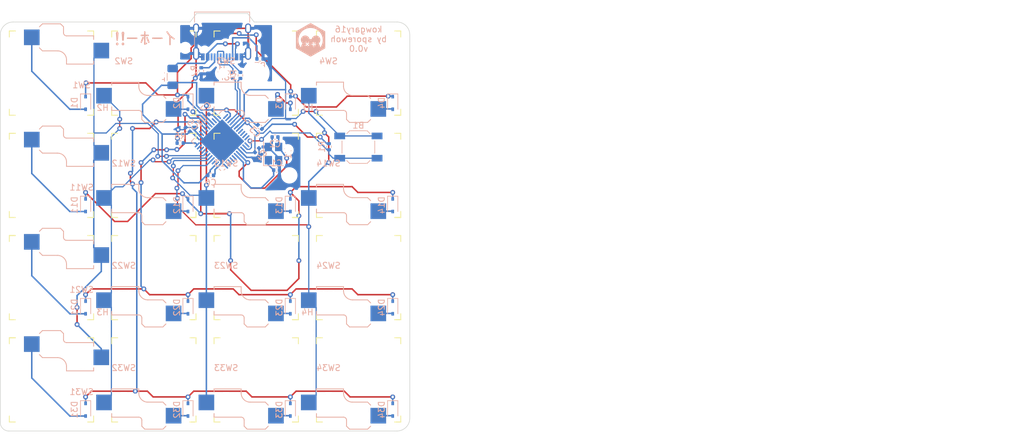
<source format=kicad_pcb>
(kicad_pcb (version 20211014) (generator pcbnew)
  (layers (0 "F.Cu" signal) (31 "B.Cu" signal) (34 "B.Paste" user) (35 "F.Paste" user) (36 "B.SilkS" user "B.Silkscreen") (37 "F.SilkS" user "F.Silkscreen") (38 "B.Mask" user) (39 "F.Mask" user) (44 "Edge.Cuts" user))
  (net 0 "")
  (net 1 "GND")
  (net 2 "Net-(B1-Pad2)")
  (net 3 "Net-(C1-Pad2)")
  (net 4 "Net-(C2-Pad2)")
  (net 5 "Net-(C3-Pad1)")
  (net 6 "+5V")
  (net 7 "row1")
  (net 8 "Net-(D1-Pad2)")
  (net 9 "Net-(D2-Pad2)")
  (net 10 "Net-(D3-Pad2)")
  (net 11 "Net-(D4-Pad2)")
  (net 18 "row2")
  (net 19 "Net-(D11-Pad2)")
  (net 20 "Net-(D12-Pad2)")
  (net 21 "Net-(D13-Pad2)")
  (net 22 "Net-(D14-Pad2)")
  (net 23 "row3")
  (net 24 "Net-(D21-Pad2)")
  (net 25 "Net-(D22-Pad2)")
  (net 26 "Net-(D23-Pad2)")
  (net 27 "Net-(D24-Pad2)")
  (net 28 "row4")
  (net 29 "Net-(D31-Pad2)")
  (net 30 "Net-(D32-Pad2)")
  (net 31 "Net-(D33-Pad2)")
  (net 32 "Net-(D34-Pad2)")
  (net 33 "VBUS")
  (net 34 "Net-(J1-PadA5)")
  (net 35 "D+")
  (net 36 "D-")
  (net 38 "Net-(J1-PadB5)")
  (net 40 "Net-(R6-Pad1)")
  (net 41 "col1")
  (net 42 "col2")
  (net 43 "col3")
  (net 44 "col4")
  (net 56 "D_res+")
  (net 57 "D_res-")
  (footprint "keyswitches:Kailh_socket_PG1350" (layer "F.Cu") (at 116.874945 57.374973)
    (fp_text reference "SW23")
    (fp_text value "SW_Push")
  )
  (footprint "keyswitches:Kailh_socket_PG1350" (layer "F.Cu") (at 116.874945 40.374981)
    (fp_text reference "SW13")
    (fp_text value "SW_Push")
  )
  (footprint "keyswitches:Kailh_socket_PG1350" (layer "F.Cu") (at 133.874937 23.374989)
    (fp_text reference "SW4")
    (fp_text value "SW_Push")
  )
  (footprint "keyswitches:Kailh_socket_PG1350" (layer "F.Cu") (at 82.874961 23.374989 180)
    (fp_text reference "SW1")
    (fp_text value "SW_Push")
  )
  (footprint "keyswitches:Kailh_socket_PG1350" (layer "F.Cu") (at 133.874937 74.374965)
    (fp_text reference "SW34")
    (fp_text value "SW_Push")
  )
  (footprint "keyswitches:Kailh_socket_PG1350" (layer "F.Cu") (at 116.874945 74.374965)
    (fp_text reference "SW33")
    (fp_text value "SW_Push")
  )
  (footprint "keyswitches:Kailh_socket_PG1350" (layer "F.Cu") (at 133.874937 57.374973)
    (fp_text reference "SW24")
    (fp_text value "SW_Push")
  )
  (footprint "keyswitches:Kailh_socket_PG1350" (layer "F.Cu") (at 99.874953 74.374965)
    (fp_text reference "SW32")
    (fp_text value "SW_Push")
  )
  (footprint "keyswitches:Kailh_socket_PG1350" (layer "F.Cu") (at 82.874961 74.374965 180)
    (fp_text reference "SW31")
    (fp_text value "SW_Push")
  )
  (footprint "keyswitches:Kailh_socket_PG1350" (layer "F.Cu") (at 116.874945 23.374989)
    (fp_text reference "SW3")
    (fp_text value "SW_Push")
  )
  (footprint "keyswitches:Kailh_socket_PG1350" (layer "F.Cu") (at 133.874937 40.374981)
    (fp_text reference "SW14")
    (fp_text value "SW_Push")
  )
  (footprint "keyswitches:Kailh_socket_PG1350" (layer "F.Cu") (at 82.874961 57.374973 180)
    (fp_text reference "SW21")
    (fp_text value "SW_Push")
  )
  (footprint "keyswitches:Kailh_socket_PG1350" (layer "F.Cu") (at 99.874953 23.374989)
    (fp_text reference "SW2")
    (fp_text value "SW_Push")
  )
  (footprint "keyswitches:Kailh_socket_PG1350" (layer "F.Cu") (at 99.874953 40.374981)
    (fp_text reference "SW12")
    (fp_text value "SW_Push")
  )
  (footprint "keyswitches:Kailh_socket_PG1350" (layer "F.Cu") (at 99.874953 57.374973)
    (fp_text reference "SW22")
    (fp_text value "SW_Push")
  )
  (footprint "keyswitches:Kailh_socket_PG1350" (layer "F.Cu") (at 82.874961 40.374981 180)
    (fp_text reference "SW11")
    (fp_text value "SW_Push")
  )
  (footprint "Diode_SMD:D_SOD-323" (layer "B.Cu") (at 88.541625 79.333296 -90)
    (fp_text reference "D31")
    (fp_text value "D_Small")
  )
  (footprint "MountingHole:MountingHole_2.2mm_M2_ISO7380" (layer "B.Cu") (at 91.374957 31.874985 180)
    (fp_text reference "H2")
    (fp_text value "MountingHole")
  )
  (footprint "Diode_SMD:D_SOD-323" (layer "B.Cu") (at 139.541601 79.333296 -90)
    (fp_text reference "D34")
    (fp_text value "D_Small")
  )
  (footprint "Capacitor_SMD:C_0402_1005Metric" (layer "B.Cu") (at 105.5 32.75 135)
    (fp_text reference "C5")
    (fp_text value "0.1uF")
  )
  (footprint "Resistor_SMD:R_0402_1005Metric" (layer "B.Cu") (at 114.25 23.75 -90)
    (fp_text reference "R4")
    (fp_text value "22R")
  )
  (footprint "Diode_SMD:D_SOD-323" (layer "B.Cu") (at 88.541625 45.333312 -90)
    (fp_text reference "D11")
    (fp_text value "D_Small")
  )
  (footprint "Diode_SMD:D_SOD-323" (layer "B.Cu") (at 105.541617 62.333304 -90)
    (fp_text reference "D22")
    (fp_text value "D_Small")
  )
  (footprint "Diode_SMD:D_SOD-323" (layer "B.Cu") (at 139.541601 62.333304 -90)
    (fp_text reference "D24")
    (fp_text value "D_Small")
  )
  (footprint "Capacitor_SMD:C_0402_1005Metric" (layer "B.Cu") (at 117 36.2 45)
    (fp_text reference "C4")
    (fp_text value "0.1uF")
  )
  (footprint "Package_DFN_QFN:QFN-44-1EP_7x7mm_P0.5mm_EP5.2x5.2mm" (layer "B.Cu") (at 111.208281 34.708317 -135)
    (fp_text reference "U1")
    (fp_text value "ATmega32U4-M")
  )
  (footprint "Diode_SMD:D_SOD-323" (layer "B.Cu") (at 139.541601 28.33332 -90)
    (fp_text reference "D4")
    (fp_text value "D_Small")
  )
  (footprint "Diode_SMD:D_SOD-323" (layer "B.Cu") (at 122.541609 79.333296 -90)
    (fp_text reference "D33")
    (fp_text value "D_Small")
  )
  (footprint "Diode_SMD:D_SOD-323" (layer "B.Cu") (at 88.541625 62.333304 -90)
    (fp_text reference "D21")
    (fp_text value "D_Small")
  )
  (footprint "Capacitor_SMD:C_0402_1005Metric" (layer "B.Cu") (at 120 34)
    (fp_text reference "C2")
    (fp_text value "22pF")
  )
  (footprint "Crystal:Crystal_SMD_3225-4Pin_3.2x2.5mm" (layer "B.Cu") (at 119.75 36.75 90)
    (fp_text reference "Y1")
    (fp_text value "16MHz")
  )
  (footprint "Diode_SMD:D_SOD-323" (layer "B.Cu") (at 105.541617 79.333296 -90)
    (fp_text reference "D32")
    (fp_text value "D_Small")
  )
  (footprint "Resistor_SMD:R_0402_1005Metric" (layer "B.Cu") (at 113 23.75 -90)
    (fp_text reference "R5")
    (fp_text value "22R")
  )
  (footprint "MountingHole:MountingHole_2.2mm_M2_ISO7380" (layer "B.Cu") (at 125.374941 65.874969 180)
    (fp_text reference "H4")
    (fp_text value "MountingHole")
  )
  (footprint "Diode_SMD:D_SOD-323" (layer "B.Cu") (at 139.541601 45.333312 -90)
    (fp_text reference "D14")
    (fp_text value "D_Small")
  )
  (footprint "Capacitor_SMD:C_0402_1005Metric" (layer "B.Cu") (at 109.35 29.875 -135)
    (fp_text reference "C7")
    (fp_text value "10uF")
  )
  (footprint "Resistor_SMD:R_0402_1005Metric" (layer "B.Cu") (at 104.25 35 180)
    (fp_text reference "R6")
    (fp_text value "10k")
  )
  (footprint "Diode_SMD:D_SOD-323" (layer "B.Cu") (at 122.541609 45.333312 -90)
    (fp_text reference "D13")
    (fp_text value "D_Small")
  )
  (footprint "Button_Switch_SMD:SW_SPST_SKQG_WithoutStem" (layer "B.Cu") (at 133.84 35.67 180)
    (fp_text reference "B1")
    (fp_text value "SW_Push")
  )
  (footprint "Diode_SMD:D_SOD-323" (layer "B.Cu") (at 88.541625 28.33332 -90)
    (fp_text reference "D1")
    (fp_text value "D_Small")
  )
  (footprint "Diode_SMD:D_SOD-323" (layer "B.Cu") (at 122.541609 28.33332 -90)
    (fp_text reference "D3")
    (fp_text value "D_Small")
  )
  (footprint "Capacitor_SMD:C_0402_1005Metric" (layer "B.Cu") (at 109.311615 40.374981)
    (fp_text reference "C6")
    (fp_text value "0.1uF")
  )
  (footprint "Resistor_SMD:R_0402_1005Metric" (layer "B.Cu") (at 117.5 21)
    (fp_text reference "R3")
    (fp_text value "5k1")
  )
  (footprint "Diode_SMD:D_SOD-323" (layer "B.Cu") (at 122.541609 62.333304 -90)
    (fp_text reference "D23")
    (fp_text value "D_Small")
  )
  (footprint "Capacitor_SMD:C_0402_1005Metric" (layer "B.Cu") (at 120.25 39.5 180)
    (fp_text reference "C1")
    (fp_text value "22pF")
  )
  (footprint "Connector_USB:USB_C_Receptacle_XKB_U262-16XN-4BVC11" (layer "B.Cu") (at 111.208281 16.999992)
    (fp_text reference "J1")
    (fp_text value "USB_C_Receptacle_USB2.0")
  )
  (footprint "Diode_SMD:D_SOD-323" (layer "B.Cu") (at 105.541617 45.333312 -90)
    (fp_text reference "D12")
    (fp_text value "D_Small")
  )
  (footprint "Fuse:Fuse_1206_3216Metric" (layer "B.Cu") (at 103 24 -90)
    (fp_text reference "F1")
    (fp_text value "500mA")
  )
  (footprint "MountingHole:MountingHole_2.2mm_M2_ISO7380" (layer "B.Cu") (at 91.374957 65.874969 180)
    (fp_text reference "H3")
    (fp_text value "MountingHole")
  )
  (footprint "Capacitor_SMD:C_0402_1005Metric" (layer "B.Cu") (at 117.48 32.32 -45)
    (fp_text reference "C3")
    (fp_text value "1uF")
  )
  (footprint "Resistor_SMD:R_0402_1005Metric" (layer "B.Cu") (at 107.75 22.99 -90)
    (fp_text reference "R2")
    (fp_text value "5k1")
  )
  (footprint "Resistor_SMD:R_0402_1005Metric" (layer "B.Cu") (at 128.95 35.61 -90)
    (fp_text reference "R1")
    (fp_text value "10k")
  )
  (footprint "MountingHole:MountingHole_2.2mm_M2_ISO7380" (layer "B.Cu") (at 125.374941 31.874985 180)
    (fp_text reference "H1")
    (fp_text value "MountingHole")
  )
  (footprint "Diode_SMD:D_SOD-323" (layer "B.Cu") (at 105.541617 28.33332 -90)
    (fp_text reference "D2")
    (fp_text value "D_Small")
  )
  (gr_poly (pts (xy 123.471528 16.437974) (xy 123.471527 19.24489) (xy 125.902387 20.648347) (xy 128.333244 19.244891) (xy 128.333245 17.885009) (xy 127.92489 17.885009) (xy 127.923044 17.972155) (xy 127.917554 18.058362) (xy 127.908495 18.143558) (xy 127.895942 18.227666) (xy 127.879969 18.310612) (xy 127.860652 18.392322) (xy 127.838064 18.472721) (xy 127.812281 18.551734) (xy 127.783378 18.629286) (xy 127.751428 18.705304) (xy 127.716506 18.779712) (xy 127.678688 18.852435) (xy 127.638048 18.923399) (xy 127.59466 18.99253) (xy 127.548599 19.059752) (xy 127.49994 19.124991) (xy 127.49306 19.077333) (xy 127.484799 19.030135) (xy 127.475176 18.983417) (xy 127.464214 18.937201) (xy 127.451934 18.891508) (xy 127.438358 18.846359) (xy 127.423506 18.801776) (xy 127.4074 18.75778) (xy 127.390062 18.714393) (xy 127.371512 18.671635) (xy 127.351771 18.629527) (xy 127.330862 18.588093) (xy 127.322279 18.572238) (xy 126.830427 18.572238) (xy 126.830333 18.576058) (xy 126.830053 18.57983) (xy 126.829592 18.583549) (xy 126.828955 18.587211) (xy 126.828145 18.590811) (xy 126.827167 18.594344) (xy 126.826026 18.597807) (xy 126.824726 18.601194) (xy 126.823272 18.604502) (xy 126.821667 18.607726) (xy 126.819917 18.610861) (xy 126.818026 18.613903) (xy 126.815998 18.616848) (xy 126.813838 18.61969) (xy 126.81155 18.622427) (xy 126.809139 18.625053) (xy 126.806609 18.627563) (xy 126.803964 18.629954) (xy 126.80121 18.632221) (xy 126.79835 18.634359) (xy 126.795388 18.636364) (xy 126.79233 18.638232) (xy 126.78918 18.639958) (xy 126.785942 18.641537) (xy 126.78262 18.642966) (xy 126.77922 18.644239) (xy 126.775745 18.645353) (xy 126.7722 18.646303) (xy 126.76859 18.647084) (xy 126.764918 18.647693) (xy 126.76119 18.648123) (xy 126.75741 18.648372) (xy 126.75741 18.648438) (xy 126.515557 18.648438) (xy 126.515557 18.890289) (xy 126.515493 18.890289) (xy 126.515244 18.89407) (xy 126.514813 18.897798) (xy 126.514205 18.90147) (xy 126.513423 18.90508) (xy 126.512474 18.908625) (xy 126.51136 18.9121) (xy 126.510086 18.9155) (xy 126.508657 18.918822) (xy 126.507078 18.92206) (xy 126.505352 18.92521) (xy 126.503484 18.928268) (xy 126.501479 18.93123) (xy 126.499341 18.93409) (xy 126.497074 18.936844) (xy 126.494683 18.939489) (xy 126.492173 18.942019) (xy 126.489547 18.94443) (xy 126.48681 18.946718) (xy 126.483968 18.948878) (xy 126.481023 18.950906) (xy 126.477981 18.952797) (xy 126.474846 18.954547) (xy 126.471622 18.956152) (xy 126.468314 18.957606) (xy 126.464927 18.958906) (xy 126.461464 18.960047) (xy 126.457931 18.961025) (xy 126.454331 18.961835) (xy 126.450669 18.962472) (xy 126.44695 18.962933) (xy 126.443178 18.963213) (xy 126.439357 18.963307) (xy 126.435537 18.963213) (xy 126.431765 18.962933) (xy 126.428046 18.962472) (xy 126.424384 18.961835) (xy 126.420785 18.961025) (xy 126.417251 18.960047) (xy 126.413789 18.958906) (xy 126.410401 18.957606) (xy 126.407094 18.956152) (xy 126.40387 18.954547) (xy 126.400735 18.952797) (xy 126.397693 18.950906) (xy 126.394748 18.948878) (xy 126.391906 18.946718) (xy 126.389169 18.94443) (xy 126.386543 18.942019) (xy 126.384033 18.939489) (xy 126.381642 18.936844) (xy 126.379375 18.93409) (xy 126.377237 18.93123) (xy 126.375232 18.928268) (xy 126.373364 18.92521) (xy 126.371639 18.92206) (xy 126.370059 18.918822) (xy 126.36863 18.9155) (xy 126.367357 18.9121) (xy 126.366243 18.908625) (xy 126.365293 18.90508) (xy 126.364512 18.90147) (xy 126.363903 18.897798) (xy 126.363473 18.89407) (xy 126.363224 18.890289) (xy 126.363158 18.890289) (xy 126.363158 18.796368) (xy 125.664235 18.796368) (xy 125.664084 18.799929) (xy 125.663766 18.803482) (xy 125.663284 18.80702) (xy 125.662635 18.810536) (xy 125.661821 18.814024) (xy 125.660842 18.817478) (xy 125.659697 18.820892) (xy 125.658387 18.82426) (xy 125.65691 18.827574) (xy 125.655269 18.830829) (xy 125.653462 18.834019) (xy 125.651489 18.837137) (xy 125.649351 18.840177) (xy 125.647047 18.843133) (xy 125.644577 18.845998) (xy 125.641942 18.848767) (xy 125.639174 18.851401) (xy 125.636309 18.853871) (xy 125.633353 18.856175) (xy 125.630313 18.858313) (xy 125.627195 18.860286) (xy 125.624005 18.862093) (xy 125.62075 18.863734) (xy 125.617435 18.86521) (xy 125.614068 18.866521) (xy 125.610654 18.867666) (xy 125.6072 18.868645) (xy 125.603711 18.869459) (xy 125.600195 18.870107) (xy 125.596658 18.87059) (xy 125.593105 18.870907) (xy 125.589543 18.871059) (xy 125.585979 18.871045) (xy 125.582419 18.870865) (xy 125.578868 18.87052) (xy 125.575334 18.87001) (xy 125.571822 18.869334) (xy 125.568339 18.868492) (xy 125.564891 18.867485) (xy 125.561484 18.866312) (xy 125.558125 18.864974) (xy 125.55482 18.86347) (xy 125.551576 18.8618) (xy 125.548397 18.859965) (xy 125.545292 18.857965) (xy 125.542266 18.855799) (xy 125.539325 18.853467) (xy 125.536476 18.85097) (xy 125.536464 18.850981) (xy 125.536452 18.850993) (xy 125.53643 18.851016) (xy 125.365414 18.680001) (xy 125.196649 18.848767) (xy 125.194399 18.851016) (xy 125.194387 18.851005) (xy 125.194376 18.850993) (xy 125.194364 18.850981) (xy 125.194359 18.850975) (xy 125.194353 18.85097) (xy 125.191504 18.853467) (xy 125.188563 18.855799) (xy 125.185536 18.857965) (xy 125.182431 18.859965) (xy 125.179253 18.8618) (xy 125.176008 18.86347) (xy 125.172703 18.864974) (xy 125.169344 18.866312) (xy 125.165937 18.867485) (xy 125.162489 18.868492) (xy 125.159006 18.869334) (xy 125.155494 18.87001) (xy 125.15196 18.87052) (xy 125.148409 18.870865) (xy 125.144849 18.871045) (xy 125.141284 18.871059) (xy 125.137723 18.870907) (xy 125.13417 18.87059) (xy 125.130632 18.870107) (xy 125.127116 18.869459) (xy 125.123628 18.868645) (xy 125.120174 18.867666) (xy 125.11676 18.866521) (xy 125.113392 18.86521) (xy 125.110078 18.863734) (xy 125.106823 18.862093) (xy 125.103633 18.860286) (xy 125.100515 18.858313) (xy 125.097475 18.856175) (xy 125.094519 18.853871) (xy 125.091654 18.851401) (xy 125.088886 18.848767) (xy 125.086251 18.845998) (xy 125.083781 18.843133) (xy 125.081478 18.840177) (xy 125.079339 18.837137) (xy 125.077367 18.834019) (xy 125.075559 18.830829) (xy 125.073918 18.827574) (xy 125.072442 18.82426) (xy 125.071131 18.820892) (xy 125.069986 18.817478) (xy 125.069007 18.814024) (xy 125.068193 18.810536) (xy 125.067545 18.80702) (xy 125.067062 18.803482) (xy 125.066745 18.799929) (xy 125.066593 18.796368) (xy 125.066607 18.792804) (xy 125.066787 18.789243) (xy 125.067132 18.785692) (xy 125.067642 18.782158) (xy 125.068318 18.778646) (xy 125.06916 18.775163) (xy 125.070167 18.771715) (xy 125.07134 18.768309) (xy 125.072678 18.76495) (xy 125.074182 18.761645) (xy 125.075852 18.7584) (xy 125.077687 18.755222) (xy 125.079687 18.752116) (xy 125.081853 18.74909) (xy 125.084185 18.746149) (xy 125.086682 18.7433) (xy 125.086636 18.743253) (xy 125.088886 18.741003) (xy 125.257652 18.572238) (xy 125.088886 18.403473) (xy 125.086636 18.401223) (xy 125.086647 18.401211) (xy 125.086659 18.4012) (xy 125.086671 18.401188) (xy 125.086682 18.401177) (xy 125.084185 18.398327) (xy 125.081853 18.395386) (xy 125.079687 18.39236) (xy 125.077687 18.389255) (xy 125.075852 18.386077) (xy 125.074182 18.382832) (xy 125.072678 18.379527) (xy 125.07134 18.376168) (xy 125.070167 18.372761) (xy 125.06916 18.369313) (xy 125.068318 18.36583) (xy 125.067642 18.362319) (xy 125.067132 18.358784) (xy 125.066787 18.355234) (xy 125.066607 18.351673) (xy 125.066593 18.348109) (xy 125.066745 18.344547) (xy 125.067062 18.340994) (xy 125.067545 18.337457) (xy 125.068193 18.333941) (xy 125.069007 18.330452) (xy 125.069986 18.326998) (xy 125.071131 18.323584) (xy 125.072442 18.320217) (xy 125.073918 18.316902) (xy 125.075559 18.313647) (xy 125.077367 18.310457) (xy 125.079339 18.307339) (xy 125.081478 18.304299) (xy 125.083781 18.301343) (xy 125.086251 18.298478) (xy 125.088886 18.29571) (xy 125.091654 18.293075) (xy 125.094519 18.290606) (xy 125.097475 18.288302) (xy 125.100515 18.286163) (xy 125.103633 18.284191) (xy 125.106823 18.282383) (xy 125.110078 18.280742) (xy 125.113393 18.279266) (xy 125.11676 18.277955) (xy 125.120174 18.27681) (xy 125.123628 18.275831) (xy 125.127117 18.275017) (xy 125.130633 18.274369) (xy 125.13417 18.273886) (xy 125.137723 18.273569) (xy 125.141285 18.273417) (xy 125.144849 18.273431) (xy 125.148409 18.27361) (xy 125.15196 18.273955) (xy 125.155494 18.274466) (xy 125.159006 18.275142) (xy 125.162489 18.275984) (xy 125.165937 18.276991) (xy 125.169344 18.278164) (xy 125.172703 18.279502) (xy 125.176008 18.281006) (xy 125.179253 18.282675) (xy 125.182431 18.28451) (xy 125.185536 18.286511) (xy 125.188563 18.288677) (xy 125.191504 18.291009) (xy 125.194353 18.293506) (xy 125.194376 18.293483) (xy 125.194382 18.293477) (xy 125.194388 18.293471) (xy 125.194394 18.293465) (xy 125.1944 18.293459) (xy 125.196582 18.295643) (xy 125.196599 18.29566) (xy 125.196615 18.295677) (xy 125.196648 18.29571) (xy 125.365414 18.464475) (xy 125.534179 18.295709) (xy 125.53643 18.293459) (xy 125.536476 18.293506) (xy 125.539325 18.291009) (xy 125.542266 18.288677) (xy 125.545292 18.286511) (xy 125.548397 18.28451) (xy 125.551576 18.282675) (xy 125.55482 18.281006) (xy 125.558125 18.279502) (xy 125.561484 18.278164) (xy 125.564891 18.276991) (xy 125.568339 18.275984) (xy 125.571822 18.275142) (xy 125.575334 18.274466) (xy 125.578868 18.273955) (xy 125.582419 18.27361) (xy 125.585979 18.273431) (xy 125.589543 18.273417) (xy 125.593105 18.273568) (xy 125.596658 18.273886) (xy 125.600195 18.274368) (xy 125.603711 18.275017) (xy 125.6072 18.27583) (xy 125.610654 18.27681) (xy 125.614068 18.277955) (xy 125.617435 18.279265) (xy 125.62075 18.280741) (xy 125.624005 18.282383) (xy 125.627195 18.28419) (xy 125.630313 18.286163) (xy 125.633353 18.288301) (xy 125.636309 18.290605) (xy 125.639174 18.293074) (xy 125.641942 18.295709) (xy 125.644577 18.298478) (xy 125.647047 18.301343) (xy 125.649351 18.304299) (xy 125.651489 18.307339) (xy 125.653462 18.310457) (xy 125.655269 18.313647) (xy 125.65691 18.316902) (xy 125.658387 18.320216) (xy 125.659697 18.323584) (xy 125.660842 18.326998) (xy 125.661821 18.330452) (xy 125.662635 18.33394) (xy 125.663284 18.337456) (xy 125.663766 18.340994) (xy 125.664084 18.344547) (xy 125.664235 18.348108) (xy 125.664221 18.351673) (xy 125.664042 18.355233) (xy 125.663697 18.358784) (xy 125.663186 18.362318) (xy 125.66251 18.36583) (xy 125.661668 18.369313) (xy 125.660661 18.372761) (xy 125.659488 18.376168) (xy 125.65815 18.379527) (xy 125.656646 18.382832) (xy 125.654977 18.386076) (xy 125.653142 18.389255) (xy 125.651141 18.39236) (xy 125.648975 18.395386) (xy 125.646644 18.398327) (xy 125.644146 18.401177) (xy 125.644192 18.401223) (xy 125.641942 18.403472) (xy 125.473177 18.572238) (xy 125.644192 18.743253) (xy 125.644146 18.7433) (xy 125.646644 18.746149) (xy 125.648975 18.74909) (xy 125.651141 18.752116) (xy 125.653142 18.755222) (xy 125.654977 18.7584) (xy 125.656646 18.761645) (xy 125.65815 18.76495) (xy 125.659488 18.768309) (xy 125.660661 18.771715) (xy 125.661668 18.775163) (xy 125.66251 18.778646) (xy 125.663186 18.782158) (xy 125.663697 18.785692) (xy 125.664042 18.789243) (xy 125.664221 18.792804) (xy 125.664235 18.796368) (xy 126.363158 18.796368) (xy 126.363158 18.648438) (xy 126.121306 18.648438) (xy 126.121306 18.648372) (xy 126.117525 18.648123) (xy 126.113797 18.647693) (xy 126.110126 18.647084) (xy 126.106515 18.646303) (xy 126.10297 18.645353) (xy 126.099496 18.644239) (xy 126.096095 18.642966) (xy 126.092774 18.641537) (xy 126.089536 18.639958) (xy 126.086385 18.638232) (xy 126.083327 18.636364) (xy 126.080366 18.634359) (xy 126.077506 18.632221) (xy 126.074751 18.629954) (xy 126.072107 18.627563) (xy 126.069576 18.625053) (xy 126.067165 18.622427) (xy 126.064877 18.61969) (xy 126.062717 18.616848) (xy 126.060689 18.613903) (xy 126.058798 18.610861) (xy 126.057048 18.607726) (xy 126.055444 18.604502) (xy 126.053989 18.601194) (xy 126.052689 18.597807) (xy 126.051548 18.594344) (xy 126.050571 18.590811) (xy 126.049761 18.587211) (xy 126.049123 18.583549) (xy 126.048662 18.57983) (xy 126.048382 18.576058) (xy 126.048288 18.572238) (xy 126.048382 18.568417) (xy 126.048662 18.564645) (xy 126.049123 18.560926) (xy 126.049761 18.557264) (xy 126.050571 18.553664) (xy 126.051548 18.550131) (xy 126.052689 18.546668) (xy 126.053989 18.543281) (xy 126.055444 18.539973) (xy 126.057048 18.536749) (xy 126.058798 18.533614) (xy 126.060689 18.530572) (xy 126.062717 18.527627) (xy 126.064877 18.524785) (xy 126.067165 18.522048) (xy 126.069576 18.519422) (xy 126.072107 18.516912) (xy 126.074751 18.514521) (xy 126.077506 18.512254) (xy 126.080366 18.510116) (xy 126.083327 18.508111) (xy 126.086385 18.506243) (xy 126.089536 18.504518) (xy 126.092774 18.502938) (xy 126.096095 18.501509) (xy 126.099496 18.500236) (xy 126.10297 18.499122) (xy 126.106515 18.498172) (xy 126.110126 18.497391) (xy 126.113797 18.496782) (xy 126.117525 18.496352) (xy 126.121306 18.496103) (xy 126.121306 18.496038) (xy 126.124394 18.496039) (xy 126.363158 18.496039) (xy 126.363158 18.254186) (xy 126.363223 18.254186) (xy 126.363472 18.250405) (xy 126.363903 18.246677) (xy 126.364511 18.243005) (xy 126.365292 18.239395) (xy 126.366242 18.23585) (xy 126.367356 18.232375) (xy 126.36863 18.228975) (xy 126.370058 18.225653) (xy 126.371638 18.222415) (xy 126.373364 18.219265) (xy 126.375232 18.216207) (xy 126.377237 18.213246) (xy 126.379375 18.210385) (xy 126.381642 18.207631) (xy 126.384033 18.204986) (xy 126.386543 18.202456) (xy 126.389169 18.200045) (xy 126.391905 18.197757) (xy 126.394748 18.195597) (xy 126.397693 18.193569) (xy 126.400735 18.191678) (xy 126.40387 18.189928) (xy 126.407094 18.188323) (xy 126.410401 18.186869) (xy 126.413789 18.185569) (xy 126.417251 18.184428) (xy 126.420785 18.18345) (xy 126.424384 18.18264) (xy 126.428046 18.182003) (xy 126.431765 18.181542) (xy 126.435537 18.181262) (xy 126.439357 18.181168) (xy 126.443178 18.181262) (xy 126.44695 18.181542) (xy 126.450669 18.182003) (xy 126.454331 18.18264) (xy 126.457931 18.18345) (xy 126.461464 18.184428) (xy 126.464927 18.185569) (xy 126.468314 18.186869) (xy 126.471622 18.188323) (xy 126.474846 18.189928) (xy 126.477981 18.191678) (xy 126.481023 18.193569) (xy 126.483968 18.195597) (xy 126.48681 18.197757) (xy 126.489547 18.200045) (xy 126.492173 18.202456) (xy 126.494683 18.204986) (xy 126.497074 18.207631) (xy 126.499341 18.210385) (xy 126.501479 18.213246) (xy 126.503484 18.216207) (xy 126.505352 18.219265) (xy 126.507078 18.222415) (xy 126.508657 18.225653) (xy 126.510086 18.228975) (xy 126.51136 18.232375) (xy 126.512474 18.23585) (xy 126.513423 18.239395) (xy 126.514205 18.243005) (xy 126.514813 18.246677) (xy 126.515244 18.250405) (xy 126.515493 18.254186) (xy 126.515557 18.254186) (xy 126.515557 18.496038) (xy 126.75741 18.496038) (xy 126.75741 18.496103) (xy 126.76119 18.496352) (xy 126.764918 18.496783) (xy 126.76859 18.497391) (xy 126.772201 18.498173) (xy 126.775745 18.499122) (xy 126.77922 18.500236) (xy 126.782621 18.50151) (xy 126.785942 18.502939) (xy 126.78918 18.504518) (xy 126.79233 18.506244) (xy 126.795389 18.508112) (xy 126.79835 18.510117) (xy 126.80121 18.512255) (xy 126.803965 18.514522) (xy 126.806609 18.516913) (xy 126.809139 18.519423) (xy 126.811551 18.522049) (xy 126.813838 18.524785) (xy 126.815999 18.527628) (xy 126.818026 18.530573) (xy 126.819917 18.533615) (xy 126.821667 18.53675) (xy 126.823272 18.539973) (xy 126.824726 18.543281) (xy 126.826026 18.546669) (xy 126.827167 18.550131) (xy 126.828145 18.553665) (xy 126.828955 18.557264) (xy 126.829592 18.560926) (xy 126.830053 18.564645) (xy 126.830333 18.568417) (xy 126.830427 18.572238) (xy 127.322279 18.572238) (xy 127.308806 18.547351) (xy 127.285624 18.507325) (xy 127.261336 18.468035) (xy 127.235965 18.429502) (xy 127.268037 18.403888) (xy 127.298586 18.376529) (xy 127.327536 18.347499) (xy 127.354812 18.316875) (xy 127.380339 18.284731) (xy 127.404041 18.251142) (xy 127.425843 18.216184) (xy 127.44567 18.179933) (xy 127.463447 18.142463) (xy 127.479098 18.10385) (xy 127.492547 18.06417) (xy 127.50372 18.023497) (xy 127.512541 17.981906) (xy 127.518936 17.939474) (xy 127.522827 17.896276) (xy 127.524141 17.852386) (xy 127.524142 17.852386) (xy 127.523201 17.815244) (xy 127.520411 17.778588) (xy 127.515816 17.742462) (xy 127.509462 17.706913) (xy 127.501395 17.671986) (xy 127.491659 17.637726) (xy 127.480301 17.60418) (xy 127.467365 17.571391) (xy 127.452898 17.539407) (xy 127.436944 17.508272) (xy 127.41955 17.478032) (xy 127.400761 17.448733) (xy 127.380622 17.420419) (xy 127.359178 17.393137) (xy 127.336476 17.366931) (xy 127.312561 17.341848) (xy 127.287477 17.317932) (xy 127.261272 17.29523) (xy 127.233989 17.273787) (xy 127.205676 17.253648) (xy 127.176376 17.234858) (xy 127.146136 17.217464) (xy 127.115001 17.201511) (xy 127.083017 17.187043) (xy 127.050229 17.174108) (xy 127.016682 17.16275) (xy 126.982423 17.153014) (xy 126.947495 17.144946) (xy 126.911946 17.138592) (xy 126.875821 17.133997) (xy 126.839164 17.131207) (xy 126.802022 17.130267) (xy 126.76865 17.131026) (xy 126.735666 17.13328) (xy 126.703102 17.136996) (xy 126.670992 17.142142) (xy 126.639368 17.148685) (xy 126.608264 17.156591) (xy 126.577712 17.165828) (xy 126.547745 17.176363) (xy 126.518397 17.188163) (xy 126.4897 17.201194) (xy 126.461687 17.215425) (xy 126.434391 17.230822) (xy 126.407844 17.247352) (xy 126.382081 17.264982) (xy 126.357133 17.28368) (xy 126.333035 17.303412) (xy 126.309818 17.324145) (xy 126.287515 17.345847) (xy 126.26616 17.368484) (xy 126.245785 17.392024) (xy 126.226424 17.416434) (xy 126.208109 17.441681) (xy 126.190874 17.467732) (xy 126.17475 17.494553) (xy 126.159772 17.522113) (xy 126.145971 17.550377) (xy 126.133382 17.579314) (xy 126.122036 17.60889) (xy 126.111967 17.639072) (xy 126.103208 17.669828) (xy 126.095792 17.701124) (xy 126.089751 17.732927) (xy 126.066651 17.730416) (xy 126.043455 17.728233) (xy 126.020164 17.726378) (xy 125.996782 17.724856) (xy 125.973311 17.723667) (xy 125.949753 17.722816) (xy 125.926111 17.722303) (xy 125.902386 17.722132) (xy 125.880262 17.722281) (xy 125.85821 17.722727) (xy 125.836231 17.723467) (xy 125.814328 17.724501) (xy 125.792501 17.725826) (xy 125.770753 17.727441) (xy 125.749086 17.729342) (xy 125.727501 17.731529) (xy 125.721817 17.699286) (xy 125.714722 17.667551) (xy 125.70625 17.636356) (xy 125.696435 17.605737) (xy 125.68531 17.575726) (xy 125.67291 17.546358) (xy 125.659268 17.517667) (xy 125.644418 17.489686) (xy 125.628394 17.46245) (xy 125.61123 17.435991) (xy 125.59296 17.410345) (xy 125.573618 17.385545) (xy 125.553237 17.361624) (xy 125.531851 17.338617) (xy 125.509494 17.316557) (xy 125.486201 17.295479) (xy 125.462004 17.275416) (xy 125.436938 17.256402) (xy 125.411037 17.238471) (xy 125.384334 17.221656) (xy 125.356864 17.205993) (xy 125.328659 17.191513) (xy 125.299755 17.178252) (xy 125.270185 17.166243) (xy 125.239982 17.15552) (xy 125.209181 17.146117) (xy 125.177815 17.138068) (xy 125.145918 17.131406) (xy 125.113525 17.126166) (xy 125.080669 17.122381) (xy 125.047384 17.120085) (xy 125.013703 17.119312) (xy 124.976561 17.120253) (xy 124.939904 17.123043) (xy 124.903779 17.127638) (xy 124.86823 17.133992) (xy 124.833303 17.142059) (xy 124.799043 17.151795) (xy 124.765497 17.163154) (xy 124.732708 17.176089) (xy 124.700724 17.190556) (xy 124.669589 17.20651) (xy 124.639349 17.223904) (xy 124.61005 17.242693) (xy 124.581736 17.262832) (xy 124.554454 17.284276) (xy 124.528248 17.306978) (xy 124.503165 17.330893) (xy 124.479249 17.355977) (xy 124.456547 17.382182) (xy 124.435104 17.409465) (xy 124.414965 17.437778) (xy 124.396175 17.467078) (xy 124.378781 17.497318) (xy 124.362828 17.528453) (xy 124.34836 17.560437) (xy 124.335425 17.593225) (xy 124.324067 17.626772) (xy 124.314331 17.661031) (xy 124.306263 17.695959) (xy 124.299909 17.731508) (xy 124.295314 17.767633) (xy 124.292524 17.80429) (xy 124.291584 17.841432) (xy 124.292887 17.885134) (xy 124.296745 17.92815) (xy 124.303085 17.970408) (xy 124.311832 18.011832) (xy 124.322912 18.052348) (xy 124.336251 18.091881) (xy 124.351774 18.130359) (xy 124.369406 18.167705) (xy 124.389074 18.203845) (xy 124.410703 18.238706) (xy 124.434219 18.272213) (xy 124.459547 18.304292) (xy 124.486613 18.334868) (xy 124.515343 18.363867) (xy 124.545662 18.391214) (xy 124.577496 18.416836) (xy 124.551245 18.455917) (xy 124.526115 18.495794) (xy 124.502131 18.536445) (xy 124.479314 18.577847) (xy 124.457687 18.619977) (xy 124.437273 18.662813) (xy 124.418095 18.706331) (xy 124.400175 18.75051) (xy 124.383535 18.795327) (xy 124.3682 18.840758) (xy 124.354191 18.886782) (xy 124.34153 18.933376) (xy 124.330241 18.980516) (xy 124.320347 19.02818) (xy 124.311869 19.076346) (xy 124.304831 19.124991) (xy 124.256172 19.059752) (xy 124.210112 18.99253) (xy 124.166724 18.9234) (xy 124.126083 18.852435) (xy 124.088265 18.779712) (xy 124.053344 18.705304) (xy 124.021394 18.629287) (xy 123.99249 18.551734) (xy 123.966707 18.472721) (xy 123.944119 18.392322) (xy 123.924802 18.310612) (xy 123.908829 18.227666) (xy 123.896276 18.143558) (xy 123.887218 18.058362) (xy 123.881727 17.972155) (xy 123.879881 17.885009) (xy 123.882514 17.780982) (xy 123.890329 17.678315) (xy 123.903198 17.577134) (xy 123.920995 17.477569) (xy 123.94359 17.379746) (xy 123.970858 17.283792) (xy 124.00267 17.189835) (xy 124.0389 17.098002) (xy 124.07942 17.00842) (xy 124.124102 16.921218) (xy 124.17282 16.836522) (xy 124.225445 16.75446) (xy 124.28185 16.675159) (xy 124.341909 16.598747) (xy 124.405493 16.525351) (xy 124.472475 16.455098) (xy 124.542728 16.388116) (xy 124.616124 16.324532) (xy 124.692536 16.264474) (xy 124.771837 16.208068) (xy 124.853899 16.155443) (xy 124.938595 16.106726) (xy 125.025797 16.062043) (xy 125.115378 16.021524) (xy 125.207211 15.985294) (xy 125.301168 15.953481) (xy 125.397122 15.926214) (xy 125.494946 15.903618) (xy 125.594511 15.885822) (xy 125.695691 15.872953) (xy 125.798358 15.865138) (xy 125.902386 15.862504) (xy 126.006413 15.865138) (xy 126.10908 15.872953) (xy 126.21026 15.885822) (xy 126.309825 15.903618) (xy 126.407649 15.926214) (xy 126.503603 15.953481) (xy 126.59756 15.985294) (xy 126.689393 16.021524) (xy 126.778974 16.062043) (xy 126.866176 16.106726) (xy 126.950872 16.155443) (xy 127.032934 16.208068) (xy 127.112235 16.264474) (xy 127.188647 16.324532) (xy 127.262043 16.388116) (xy 127.332296 16.455098) (xy 127.399278 16.525351) (xy 127.462862 16.598747) (xy 127.522921 16.675159) (xy 127.579326 16.75446) (xy 127.631951 16.836522) (xy 127.680669 16.921218) (xy 127.725351 17.00842) (xy 127.765871 17.098002) (xy 127.802101 17.189835) (xy 127.833913 17.283792) (xy 127.861181 17.379746) (xy 127.883777 17.477569) (xy 127.901573 17.577134) (xy 127.914442 17.678315) (xy 127.922257 17.780982) (xy 127.92489 17.885009) (xy 128.333245 17.885009) (xy 128.333245 16.437975) (xy 125.902385 15.034519)) (layer "B.SilkS") (width 0.0045) (fill solid))
  (gr_arc (start 74.374965 16.999992) (mid 74.997363 15.497391) (end 76.499964 14.874993) (layer "Edge.Cuts") (width 0.1))
  (gr_arc (start 140.249934 14.874993) (mid 141.752539 15.497387) (end 142.374933 16.999992) (layer "Edge.Cuts") (width 0.1))
  (gr_line (start 115.458279 13.458327) (end 116.520778 14.874993) (layer "Edge.Cuts") (width 0.1))
  (gr_line (start 105.895783 14.874993) (end 105.541617 14.874993) (layer "Edge.Cuts") (width 0.1))
  (gr_line (start 74.374965 81.458295) (end 74.374965 16.999992) (layer "Edge.Cuts") (width 0.1))
  (gr_line (start 76.499964 14.874993) (end 105.541617 14.874993) (layer "Edge.Cuts") (width 0.1))
  (gr_line (start 116.874945 14.874993) (end 140.249934 14.874993) (layer "Edge.Cuts") (width 0.1))
  (gr_line (start 142.374933 16.999992) (end 142.374933 80.749962) (layer "Edge.Cuts") (width 0.1))
  (gr_line (start 116.874945 14.874993) (end 116.520778 14.874993) (layer "Edge.Cuts") (width 0.1))
  (gr_line (start 140.249934 82.874961) (end 75.791631 82.874961) (layer "Edge.Cuts") (width 0.1))
  (gr_arc (start 142.374933 80.749962) (mid 141.752539 82.252567) (end 140.249934 82.874961) (layer "Edge.Cuts") (width 0.1))
  (gr_line (start 105.895783 14.874993) (end 106.958283 13.458327) (layer "Edge.Cuts") (width 0.1))
  (gr_line (start 106.958283 13.458327) (end 115.458279 13.458327) (layer "Edge.Cuts") (width 0.1))
  (gr_arc (start 75.791631 82.874961) (mid 74.789897 82.460029) (end 74.374965 81.458295) (layer "Edge.Cuts") (width 0.1))
  (gr_text "kowgary16\nby sporewoh\nv0.0" (at 133.874937 17.708325) (layer "B.SilkS") (effects (font (size 1 1)) (justify mirror)))
  (gr_text "イーホー!!" (at 98.458287 17.708325) (layer "B.SilkS") (effects (font (size 2 2) (thickness 0.25)) (justify mirror)))
  (segment (start 103.8 32.8755) (end 103.9 32.7755) (width 0.2) (layer "F.Cu") (net 1))
  (segment (start 103.8 34.2245) (end 103.8 32.8755) (width 0.2) (layer "F.Cu") (net 1))
  (segment (start 106.76 24.22) (end 106.888281 24.091719) (width 0.25) (layer "F.Cu") (net 1))
  (segment (start 106.888281 15.924992) (end 115.528281 15.924992) (width 0.25) (layer "F.Cu") (net 1))
  (segment (start 106.250934 25.669011) (end 106.250934 24.729066) (width 0.25) (layer "F.Cu") (net 1))
  (segment (start 124.666608 29.749986) (end 126.791607 29.749986) (width 0.2) (layer "F.Cu") (net 1))
  (segment (start 106.250934 25.669011) (end 103.9 28.019945) (width 0.25) (layer "F.Cu") (net 1))
  (segment (start 106.888281 24.091719) (end 106.888281 20.104992) (width 0.25) (layer "F.Cu") (net 1))
  (segment (start 106.250934 24.729066) (end 106.76 24.22) (width 0.25) (layer "F.Cu") (net 1))
  (segment (start 115.528281 15.924992) (end 115.528281 20.104992) (width 0.25) (layer "F.Cu") (net 1))
  (segment (start 103.9 28.019945) (end 103.9 32.7755) (width 0.25) (layer "F.Cu") (net 1))
  (via (at 103.8 34.2245) (size 0.8) (drill 0.4) (layers "F.Cu" "B.Cu") (net 1))
  (via (at 126.791607 29.749986) (size 0.8) (drill 0.4) (layers "F.Cu" "B.Cu") (net 1))
  (via (at 106.76 24.22) (size 0.8) (drill 0.4) (layers "F.Cu" "B.Cu") (net 1))
  (via (at 103.9 32.7755) (size 0.8) (drill 0.4) (layers "F.Cu" "B.Cu") (net 1))
  (via (at 124.666608 29.749986) (size 0.8) (drill 0.4) (layers "F.Cu" "B.Cu") (net 1))
  (segment (start 110.262526 30.934135) (end 109.617802 30.289411) (width 0.25) (layer "B.Cu") (net 1))
  (segment (start 114.873957 26.916654) (end 115.66611 26.124501) (width 0.25) (layer "B.Cu") (net 1))
  (segment (start 105.171178 32.4) (end 106.178282 32.4) (width 0.2) (layer "B.Cu") (net 1))
  (segment (start 105.160589 32.410589) (end 105.171178 32.4) (width 0.2) (layer "B.Cu") (net 1))
  (segment (start 111.029615 37.299615) (end 106.250934 32.520934) (width 0.25) (layer "B.Cu") (net 1))
  (segment (start 118.9 35.75) (end 120.6 37.45) (width 0.25) (layer "B.Cu") (net 1))
  (segment (start 109.617802 30.289411) (end 109.085589 30.289411) (width 0.25) (layer "B.Cu") (net 1))
  (segment (start 108.379854 34.708317) (end 111.208281 34.708317) (width 0.25) (layer "B.Cu") (net 1))
  (segment (start 121.749456 30.920544) (end 123.49605 30.920544) (width 0.2) (layer "B.Cu") (net 1))
  (segment (start 111.208281 38.209175) (end 111.208281 34.708317) (width 0.25) (layer "B.Cu") (net 1))
  (segment (start 126.791607 29.871607) (end 130.74 33.82) (width 0.2) (layer "B.Cu") (net 1))
  (segment (start 110.616079 38.836053) (end 110.03 39.422132) (width 0.25) (layer "B.Cu") (net 1))
  (segment (start 116.92151 37.37849) (end 117.422488 37.37849) (width 0.25) (layer "B.Cu") (net 1))
  (segment (start 114.275357 36.361179) (end 112.622495 34.708317) (width 0.25) (layer "B.Cu") (net 1))
  (segment (start 120.6 37.45) (end 120.6 37.85) (width 0.25) (layer "B.Cu") (net 1))
  (segment (start 121.7455 30.9245) (end 121.749456 30.920544) (width 0.2) (layer "B.Cu") (net 1))
  (segment (start 107.48 23.5) (end 106.76 24.22) (width 0.25) (layer "B.Cu") (net 1))
  (segment (start 107.453281 20.669992) (end 106.888281 20.104992) (width 0.25) (layer "B.Cu") (net 1))
  (segment (start 103.74 34.2845) (end 103.8 34.2245) (width 0.2) (layer "B.Cu") (net 1))
  (segment (start 114.963281 20.669992) (end 115.528281 20.104992) (width 0.25) (layer "B.Cu") (net 1))
  (segment (start 113.214696 31.994795) (end 111.208281 34.00121) (width 0.25) (layer "B.Cu") (net 1))
  (segment (start 110.03 40.136596) (end 109.791615 40.374981) (width 0.25) (layer "B.Cu") (net 1))
  (segment (start 121.749456 24.739456) (end 118.01 21) (width 0.2) (layer "B.Cu") (net 1))
  (segment (start 121.749456 26.124501) (end 121.749456 24.739456) (width 0.2) (layer "B.Cu") (net 1))
  (segment (start 110.262526 30.934135) (end 111.208281 31.87989) (width 0.25) (layer "B.Cu") (net 1))
  (segment (start 117.344311 36.955689) (end 116.92151 37.37849) (width 0.25) (layer "B.Cu") (net 1))
  (segment (start 111.208281 34.00121) (end 111.208281 34.708317) (width 0.25) (layer "B.Cu") (net 1))
  (segment (start 115.66611 26.124501) (end 121.749456 26.124501) (width 0.25) (layer "B.Cu") (net 1))
  (segment (start 119.52 35.03) (end 118.9 35.65) (width 0.25) (layer "B.Cu") (net 1))
  (segment (start 106.178282 32.4) (end 108.486599 34.708317) (width 0.2) (layer "B.Cu") (net 1))
  (segment (start 108.158281 20.669992) (end 107.453281 20.669992) (width 0.25) (layer "B.Cu") (net 1))
  (segment (start 114.275357 36.361179) (end 115.292668 37.37849) (width 0.25) (layer "B.Cu") (net 1))
  (segment (start 130.74 33.82) (end 136.94 33.82) (width 0.2) (layer "B.Cu") (net 1))
  (segment (start 118.9 35.900978) (end 118.9 35.65) (width 0.25) (layer "B.Cu") (net 1))
  (segment (start 119.554322 30.9245) (end 121.7455 30.9245) (width 0.2) (layer "B.Cu") (net 1))
  (segment (start 120.73 37.98) (end 120.6 37.85) (width 0.25) (layer "B.Cu") (net 1))
  (segment (start 120.73 39.5) (end 120.73 37.98) (width 0.25) (layer "B.Cu") (net 1))
  (segment (start 108.486599 34.708317) (end 111.208281 34.708317) (width 0.2) (layer "B.Cu") (net 1))
  (segment (start 117.819411 32.659411) (end 119.554322 30.9245) (width 0.2) (layer "B.Cu") (net 1))
  (segment (start 119.52 34) (end 119.52 35.03) (width 0.25) (layer "B.Cu") (net 1))
  (segment (start 114.258281 20.669992) (end 114.963281 20.669992) (width 0.25) (layer "B.Cu") (net 1))
  (segment (start 110.616079 38.801377) (end 111.208281 38.209175) (width 0.25) (layer "B.Cu") (net 1))
  (segment (start 112.622495 34.708317) (end 111.208281 34.708317) (width 0.25) (layer "B.Cu") (net 1))
  (segment (start 103.9 32.7755) (end 104.795678 32.7755) (width 0.2) (layer "B.Cu") (net 1))
  (segment (start 121.749456 30.920544) (end 121.749456 26.124501) (width 0.2) (layer "B.Cu") (net 1))
  (segment (start 117.344311 35.865489) (end 117.344311 36.955689) (width 0.25) (layer "B.Cu") (net 1))
  (segment (start 110.03 39.422132) (end 110.03 40.136596) (width 0.25) (layer "B.Cu") (net 1))
  (segment (start 111.029615 38.422517) (end 111.029615 37.299615) (width 0.25) (layer "B.Cu") (net 1))
  (segment (start 110.616079 38.836053) (end 110.616079 38.801377) (width 0.25) (layer "B.Cu") (net 1))
  (segment (start 114.873957 30.335534) (end 114.873957 26.916654) (width 0.25) (layer "B.Cu") (net 1))
  (segment (start 109.085589 30.289411) (end 109.010589 30.214411) (width 0.25) (layer "B.Cu") (net 1))
  (segment (start 113.214696 31.994795) (end 114.873957 30.335534) (width 0.25) (layer "B.Cu") (net 1))
  (segment (start 115.292668 37.37849) (end 116.92151 37.37849) (width 0.25) (layer "B.Cu") (net 1))
  (segment (start 117.422488 37.37849) (end 118.9 35.900978) (width 0.25) (layer "B.Cu") (net 1))
  (segment (start 118.9 35.65) (end 118.9 35.75) (width 0.25) (layer "B.Cu") (net 1))
  (segment (start 123.49605 30.920544) (end 124.666608 29.749986) (width 0.2) (layer "B.Cu") (net 1))
  (segment (start 103.74 35) (end 103.74 34.2845) (width 0.2) (layer "B.Cu") (net 1))
  (segment (start 107.75 23.5) (end 107.48 23.5) (width 0.25) (layer "B.Cu") (net 1))
  (segment (start 126.791607 29.749986) (end 126.791607 29.871607) (width 0.2) (layer "B.Cu") (net 1))
  (segment (start 117.339411 35.860589) (end 117.344311 35.865489) (width 0.25) (layer "B.Cu") (net 1))
  (segment (start 107.434099 33.762562) (end 108.379854 34.708317) (width 0.25) (layer "B.Cu") (net 1))
  (segment (start 104.795678 32.7755) (end 105.160589 32.410589) (width 0.2) (layer "B.Cu") (net 1))
  (segment (start 111.208281 31.87989) (end 111.208281 34.708317) (width 0.25) (layer "B.Cu") (net 1))
  (segment (start 117.521724 34.638365) (end 117.760089 34.4) (width 0.2) (layer "F.Cu") (net 2))
  (segment (start 115.838365 34.638365) (end 117.521724 34.638365) (width 0.2) (layer "F.Cu") (net 2))
  (segment (start 117.560089 34.6) (end 117.760089 34.4) (width 0.2) (layer "F.Cu") (net 2))
  (via (at 117.760089 34.4) (size 0.8) (drill 0.4) (layers "F.Cu" "B.Cu") (net 2))
  (via (at 115.838365 34.638365) (size 0.8) (drill 0.4) (layers "F.Cu" "B.Cu") (net 2))
  (segment (start 115.371 36.042609) (end 115.777653 36.042609) (width 0.2) (layer "B.Cu") (net 2))
  (segment (start 125.835203 33.324506) (end 128.630697 36.12) (width 0.2) (layer "B.Cu") (net 2))
  (segment (start 114.982463 35.654072) (end 115.371 36.042609) (width 0.2) (layer "B.Cu") (net 2))
  (segment (start 129.64 37.52) (end 130.74 37.52) (width 0.2) (layer "B.Cu") (net 2))
  (segment (start 119.494506 33.324506) (end 125.835203 33.324506) (width 0.2) (layer "B.Cu") (net 2))
  (segment (start 115.777653 36.042609) (end 116.078107 35.742155) (width 0.2) (layer "B.Cu") (net 2))
  (segment (start 128.95 36.83) (end 129.64 37.52) (width 0.2) (layer "B.Cu") (net 2))
  (segment (start 128.95 36.12) (end 128.95 36.83) (width 0.2) (layer "B.Cu") (net 2))
  (segment (start 128.630697 36.12) (end 128.95 36.12) (width 0.2) (layer "B.Cu") (net 2))
  (segment (start 116.078107 35.742155) (end 116.078107 34.878107) (width 0.2) (layer "B.Cu") (net 2))
  (segment (start 117.760089 34.4) (end 117.77 34.4) (width 0.2) (layer "B.Cu") (net 2))
  (segment (start 119.17 33) (end 119.494506 33.324506) (width 0.2) (layer "B.Cu") (net 2))
  (segment (start 117.77 34.4) (end 119.17 33) (width 0.2) (layer "B.Cu") (net 2))
  (segment (start 116.078107 34.878107) (end 115.838365 34.638365) (width 0.2) (layer "B.Cu") (net 2))
  (segment (start 130.74 37.52) (end 136.94 37.52) (width 0.2) (layer "B.Cu") (net 2))
  (segment (start 114.749946 38.249982) (end 114.749946 41.204305) (width 0.25) (layer "B.Cu") (net 3))
  (segment (start 119.77 40.434249) (end 119.77 39.5) (width 0.25) (layer "B.Cu") (net 3))
  (segment (start 118.9 37.85) (end 118.9 38.63) (width 0.25) (layer "B.Cu") (net 3))
  (segment (start 113.56825 37.068286) (end 114.749946 38.249982) (width 0.25) (layer "B.Cu") (net 3))
  (segment (start 114.749946 41.204305) (end 116.009643 42.464002) (width 0.25) (layer "B.Cu") (net 3))
  (segment (start 116.009643 42.464002) (end 117.740247 42.464002) (width 0.25) (layer "B.Cu") (net 3))
  (segment (start 117.740247 42.464002) (end 119.77 40.434249) (width 0.25) (layer "B.Cu") (net 3))
  (segment (start 118.9 38.63) (end 119.77 39.5) (width 0.25) (layer "B.Cu") (net 3))
  (segment (start 114.041613 40.527331) (end 116.014262 42.49998) (width 0.25) (layer "F.Cu") (net 4))
  (segment (start 118.291611 42.49998) (end 121.934486 38.857105) (width 0.25) (layer "F.Cu") (net 4))
  (segment (start 115.474446 38.249982) (end 114.041613 39.682815) (width 0.25) (layer "F.Cu") (net 4))
  (segment (start 121.934486 38.857105) (end 121.934486 37.521348) (width 0.25) (layer "F.Cu") (net 4))
  (segment (start 114.041613 39.682815) (end 114.041613 40.527331) (width 0.25) (layer "F.Cu") (net 4))
  (segment (start 116.014262 42.49998) (end 118.291611 42.49998) (width 0.25) (layer "F.Cu") (net 4))
  (via (at 121.934486 37.521348) (size 0.8) (drill 0.4) (layers "F.Cu" "B.Cu") (net 4))
  (via (at 115.474446 38.249982) (size 0.8) (drill 0.4) (layers "F.Cu" "B.Cu") (net 4))
  (segment (start 121.934486 37.521348) (end 120.6 35.65) (width 0.25) (layer "B.Cu") (net 4))
  (segment (start 120.6 34.12) (end 120.48 34) (width 0.25) (layer "B.Cu") (net 4))
  (segment (start 115.433478 38.226407) (end 115.450871 38.226407) (width 0.25) (layer "B.Cu") (net 4))
  (segment (start 113.921803 36.714732) (end 115.433478 38.226407) (width 0.25) (layer "B.Cu") (net 4))
  (segment (start 115.450871 38.226407) (end 115.474446 38.249982) (width 0.25) (layer "B.Cu") (net 4))
  (segment (start 120.6 35.65) (end 120.6 34.12) (width 0.25) (layer "B.Cu") (net 4))
  (segment (start 116.810589 31.980589) (end 117.140589 31.980589) (width 0.25) (layer "B.Cu") (net 5))
  (segment (start 113.56825 32.348348) (end 113.639641 32.348348) (width 0.25) (layer "B.Cu") (net 5))
  (segment (start 113.639641 32.348348) (end 115.097989 30.89) (width 0.25) (layer "B.Cu") (net 5))
  (segment (start 115.097989 30.89) (end 115.72 30.89) (width 0.25) (layer "B.Cu") (net 5))
  (segment (start 115.72 30.89) (end 116.810589 31.980589) (width 0.25) (layer "B.Cu") (net 5))
  (segment (start 125.374941 33.999984) (end 123.249942 31.874985) (width 0.25) (layer "F.Cu") (net 6))
  (segment (start 113.2855 29.5) (end 111.938982 29.5) (width 0.25) (layer "F.Cu") (net 6))
  (segment (start 127.49994 33.999984) (end 125.374941 33.999984) (width 0.25) (layer "F.Cu") (net 6))
  (segment (start 115.4 31.6145) (end 113.2855 29.5) (width 0.25) (layer "F.Cu") (net 6))
  (via (at 111.938982 29.5) (size 0.8) (drill 0.4) (layers "F.Cu" "B.Cu") (net 6))
  (via (at 115.4 31.6145) (size 0.8) (drill 0.4) (layers "F.Cu" "B.Cu") (net 6))
  (via (at 123.249942 31.874985) (size 0.8) (drill 0.4) (layers "F.Cu" "B.Cu") (net 6))
  (via (at 127.49994 33.999984) (size 0.8) (drill 0.4) (layers "F.Cu" "B.Cu") (net 6))
  (segment (start 128.599956 35.1) (end 127.49994 33.999984) (width 0.25) (layer "B.Cu") (net 6))
  (segment (start 105.839411 33.089411) (end 106.053841 33.089411) (width 0.25) (layer "B.Cu") (net 6))
  (segment (start 98.000432 28.548536) (end 98.000432 30.250432) (width 0.25) (layer "B.Cu") (net 6))
  (segment (start 104.876964 41.61) (end 107.37693 41.61) (width 0.25) (layer "B.Cu") (net 6))
  (segment (start 119.515015 31.874985) (end 119.00952 32.38048) (width 0.25) (layer "B.Cu") (net 6))
  (segment (start 107.37693 41.61) (end 109.23 39.75693) (width 0.25) (layer "B.Cu") (net 6))
  (segment (start 113.921803 32.701902) (end 115.009205 31.6145) (width 0.25) (layer "B.Cu") (net 6))
  (segment (start 117.1455 33.36) (end 118.03 33.36) (width 0.2) (layer "B.Cu") (net 6))
  (segment (start 110.580581 30.580581) (end 109.5 29.5) (width 0.25) (layer "B.Cu") (net 6))
  (segment (start 109.23 39.515025) (end 110.262526 38.482499) (width 0.25) (layer "B.Cu") (net 6))
  (segment (start 112.154036 30.934135) (end 112.567572 30.520599) (width 0.25) (layer "B.Cu") (net 6))
  (segment (start 107.725934 29.5) (end 106.975434 28.7495) (width 0.25) (layer "B.Cu") (net 6))
  (segment (start 106.053841 33.089411) (end 107.080545 34.116115) (width 0.25) (layer "B.Cu") (net 6))
  (segment (start 109.5 29.5) (end 107.725934 29.5) (width 0.25) (layer "B.Cu") (net 6))
  (segment (start 101.25 33.5) (end 105.428822 33.5) (width 0.25) (layer "B.Cu") (net 6))
  (segment (start 110.616079 30.580581) (end 110.580581 30.580581) (width 0.25) (layer "B.Cu") (net 6))
  (segment (start 112.567572 30.12859) (end 111.938982 29.5) (width 0.25) (layer "B.Cu") (net 6))
  (segment (start 101.148968 25.4) (end 98.000432 28.548536) (width 0.25) (layer "B.Cu") (net 6))
  (segment (start 109.23 39.75) (end 109.23 39.515025) (width 0.25) (layer "B.Cu") (net 6))
  (segment (start 116.660589 33.844911) (end 117.1455 33.36) (width 0.2) (layer "B.Cu") (net 6))
  (segment (start 103 25.4) (end 101.148968 25.4) (width 0.25) (layer "B.Cu") (net 6))
  (segment (start 106.975434 24.944511) (end 103.455489 24.944511) (width 0.25) (layer "B.Cu") (net 6))
  (segment (start 111.938982 29.5) (end 109.5 29.5) (width 0.25) (layer "B.Cu") (net 6))
  (segment (start 115.251284 36.63) (end 116.57 36.63) (width 0.2) (layer "B.Cu") (net 6))
  (segment (start 112.567572 30.520599) (end 112.567572 30.12859) (width 0.25) (layer "B.Cu") (net 6))
  (segment (start 103.455489 24.944511) (end 103 25.4) (width 0.25) (layer "B.Cu") (net 6))
  (segment (start 128.95 35.1) (end 128.599956 35.1) (width 0.25) (layer "B.Cu") (net 6))
  (segment (start 115.4 31.6145) (end 117.1455 33.36) (width 0.2) (layer "B.Cu") (net 6))
  (segment (start 109.23 39.75693) (end 109.23 39.75) (width 0.25) (layer "B.Cu") (net 6))
  (segment (start 114.62891 36.007626) (end 115.251284 36.63) (width 0.2) (layer "B.Cu") (net 6))
  (segment (start 106.975434 28.7495) (end 106.975434 24.944511) (width 0.25) (layer "B.Cu") (net 6))
  (segment (start 98.000432 30.250432) (end 101.25 33.5) (width 0.25) (layer "B.Cu") (net 6))
  (segment (start 105.428822 33.5) (end 105.839411 33.089411) (width 0.25) (layer "B.Cu") (net 6))
  (segment (start 115.009205 31.6145) (end 115.4 31.6145) (width 0.25) (layer "B.Cu") (net 6))
  (segment (start 101.25 37.983036) (end 104.876964 41.61) (width 0.25) (layer "B.Cu") (net 6))
  (segment (start 118.03 33.36) (end 119.00952 32.38048) (width 0.2) (layer "B.Cu") (net 6))
  (segment (start 101.25 33.5) (end 101.25 37.983036) (width 0.25) (layer "B.Cu") (net 6))
  (segment (start 123.249942 31.874985) (end 119.515015 31.874985) (width 0.25) (layer "B.Cu") (net 6))
  (segment (start 116.660589 36.539411) (end 116.660589 33.844911) (width 0.2) (layer "B.Cu") (net 6))
  (segment (start 123.4 27.2) (end 125.19951 28.99951) (width 0.25) (layer "F.Cu") (net 7))
  (segment (start 106.063761 20.953173) (end 106.063761 19.213465) (width 0.25) (layer "F.Cu") (net 7))
  (segment (start 108.501726 16.7755) (end 114.041613 16.7755) (width 0.25) (layer "F.Cu") (net 7))
  (segment (start 100.545641 27) (end 103.8 27) (width 0.25) (layer "F.Cu") (net 7))
  (segment (start 130.20049 28.99951) (end 132 27.2) (width 0.25) (layer "F.Cu") (net 7))
  (segment (start 116.874945 16.999992) (end 116.874945 19.607997) (width 0.25) (layer "F.Cu") (net 7))
  (segment (start 122.6 25.333052) (end 122.6 26.4) (width 0.25) (layer "F.Cu") (net 7))
  (segment (start 103.8 23.216934) (end 106.063761 20.953173) (width 0.25) (layer "F.Cu") (net 7))
  (segment (start 106.063761 19.213465) (end 108.501726 16.7755) (width 0.25) (layer "F.Cu") (net 7))
  (segment (start 98.545641 25) (end 100.545641 27) (width 0.25) (layer "F.Cu") (net 7))
  (segment (start 88.6 25) (end 98.545641 25) (width 0.25) (layer "F.Cu") (net 7))
  (segment (start 125.19951 28.99951) (end 130.20049 28.99951) (width 0.25) (layer "F.Cu") (net 7))
  (segment (start 132 27.2) (end 138.8 27.2) (width 0.25) (layer "F.Cu") (net 7))
  (segment (start 103.8 27) (end 103.8 23.216934) (width 0.25) (layer "F.Cu") (net 7))
  (segment (start 116.874945 19.607997) (end 122.6 25.333052) (width 0.25) (layer "F.Cu") (net 7))
  (via (at 114.041613 16.7755) (size 0.8) (drill 0.4) (layers "F.Cu" "B.Cu") (net 7))
  (via (at 123.4 27.2) (size 0.8) (drill 0.4) (layers "F.Cu" "B.Cu") (net 7))
  (via (at 116.874945 16.999992) (size 0.8) (drill 0.4) (layers "F.Cu" "B.Cu") (net 7))
  (via (at 122.6 26.4) (size 0.8) (drill 0.4) (layers "F.Cu" "B.Cu") (net 7))
  (via (at 88.6 25) (size 0.8) (drill 0.4) (layers "F.Cu" "B.Cu") (net 7))
  (via (at 103.8 27) (size 0.8) (drill 0.4) (layers "F.Cu" "B.Cu") (net 7))
  (via (at 138.8 27.2) (size 0.8) (drill 0.4) (layers "F.Cu" "B.Cu") (net 7))
  (segment (start 103.8 27) (end 105.258297 27) (width 0.25) (layer "B.Cu") (net 7))
  (segment (start 122.6 26.4) (end 122.6 27.224929) (width 0.25) (layer "B.Cu") (net 7))
  (segment (start 107.863698 29.94952) (end 107.539736 29.94952) (width 0.25) (layer "B.Cu") (net 7))
  (segment (start 122.541609 27.28332) (end 123.31668 27.28332) (width 0.25) (layer "B.Cu") (net 7))
  (segment (start 123.31668 27.28332) (end 123.4 27.2) (width 0.25) (layer "B.Cu") (net 7))
  (segment (start 88.541625 27.28332) (end 88.541625 25.058375) (width 0.25) (layer "B.Cu") (net 7))
  (segment (start 105.258297 27) (end 105.541617 27.28332) (width 0.25) (layer "B.Cu") (net 7))
  (segment (start 88.541625 25.058375) (end 88.6 25) (width 0.25) (layer "B.Cu") (net 7))
  (segment (start 138.8 27.2) (end 139.458281 27.2) (width 0.25) (layer "B.Cu") (net 7))
  (segment (start 105.541617 27.951401) (end 105.541617 27.28332) (width 0.25) (layer "B.Cu") (net 7))
  (segment (start 109.555419 31.641241) (end 107.863698 29.94952) (width 0.25) (layer "B.Cu") (net 7))
  (segment (start 122.6 27.224929) (end 122.541609 27.28332) (width 0.25) (layer "B.Cu") (net 7))
  (segment (start 114.041613 16.7755) (end 114.315625 17.049512) (width 0.25) (layer "B.Cu") (net 7))
  (segment (start 139.458281 27.2) (end 139.541601 27.28332) (width 0.25) (layer "B.Cu") (net 7))
  (segment (start 114.315625 17.049512) (end 116.825425 17.049512) (width 0.25) (layer "B.Cu") (net 7))
  (segment (start 116.825425 17.049512) (end 116.874945 16.999992) (width 0.25) (layer "B.Cu") (net 7))
  (segment (start 107.539736 29.94952) (end 105.541617 27.951401) (width 0.25) (layer "B.Cu") (net 7))
  (segment (start 79.599961 23.054312) (end 85.928969 29.38332) (width 0.25) (layer "B.Cu") (net 8))
  (segment (start 85.928969 29.38332) (end 88.541625 29.38332) (width 0.25) (layer "B.Cu") (net 8))
  (segment (start 79.599961 17.424989) (end 79.599961 23.054312) (width 0.25) (layer "B.Cu") (net 8))
  (segment (start 105.541617 29.38332) (end 103.208284 29.38332) (width 0.25) (layer "B.Cu") (net 9))
  (segment (start 103.208284 29.38332) (end 103.149953 29.324989) (width 0.25) (layer "B.Cu") (net 9))
  (segment (start 121.833276 28.33332) (end 122.541609 28.33332) (width 0.25) (layer "F.Cu") (net 10))
  (segment (start 120.41661 26.916654) (end 121.833276 28.33332) (width 0.25) (layer "F.Cu") (net 10))
  (via (at 122.541609 28.33332) (size 0.8) (drill 0.4) (layers "F.Cu" "B.Cu") (net 10))
  (via (at 120.41661 26.916654) (size 0.8) (drill 0.4) (layers "F.Cu" "B.Cu") (net 10))
  (segment (start 120.149945 29.324989) (end 120.149945 27.183319) (width 0.25) (layer "B.Cu") (net 10))
  (segment (start 120.149945 27.183319) (end 120.41661 26.916654) (width 0.25) (layer "B.Cu") (net 10))
  (segment (start 122.541609 28.33332) (end 122.541609 29.38332) (width 0.25) (layer "B.Cu") (net 10))
  (segment (start 137.149937 29.324989) (end 139.48327 29.324989) (width 0.25) (layer "B.Cu") (net 11))
  (segment (start 139.48327 29.324989) (end 139.541601 29.38332) (width 0.25) (layer "B.Cu") (net 11))
  (segment (start 88.541625 43.208313) (end 93.368205 48.034893) (width 0.25) (layer "F.Cu") (net 18))
  (segment (start 106.356406 29.790789) (end 107.666616 31.100999) (width 0.25) (layer "F.Cu") (net 18))
  (segment (start 122.541609 43.208313) (end 123.958275 44.624979) (width 0.25) (layer "F.Cu") (net 18))
  (segment (start 133.753946 43.208313) (end 139.541601 43.208313) (width 0.25) (layer "F.Cu") (net 18))
  (segment (start 123.958275 44.624979) (end 123.958275 47.10098) (width 0.25) (layer "F.Cu") (net 18))
  (segment (start 107.666616 31.100999) (end 107.666616 42.49998) (width 0.25) (layer "F.Cu") (net 18))
  (segment (start 123.958275 57.524651) (end 123.958275 54.541641) (width 0.25) (layer "F.Cu") (net 18))
  (segment (start 122.541609 43.208313) (end 123.499462 42.25046) (width 0.25) (layer "F.Cu") (net 18))
  (segment (start 112.624947 54.541641) (end 112.624947 56.079298) (width 0.25) (layer "F.Cu") (net 18))
  (segment (start 107.666616 46.749978) (end 112.425408 46.749978) (width 0.25) (layer "F.Cu") (net 18))
  (segment (start 116.029443 59.483794) (end 121.999132 59.483794) (width 0.25) (layer "F.Cu") (net 18))
  (segment (start 121.999132 59.483794) (end 123.958275 57.524651) (width 0.25) (layer "F.Cu") (net 18))
  (segment (start 132.796093 42.25046) (end 133.753946 43.208313) (width 0.25) (layer "F.Cu") (net 18))
  (segment (start 100.13354 43.41542) (end 104.626176 43.41542) (width 0.25) (layer "F.Cu") (net 18))
  (segment (start 95.514067 48.034893) (end 100.13354 43.41542) (width 0.25) (layer "F.Cu") (net 18))
  (segment (start 107.666616 42.49998) (end 107.666616 46.749978) (width 0.25) (layer "F.Cu") (net 18))
  (segment (start 93.368205 48.034893) (end 95.514067 48.034893) (width 0.25) (layer "F.Cu") (net 18))
  (segment (start 112.624947 56.079298) (end 116.029443 59.483794) (width 0.25) (layer "F.Cu") (net 18))
  (segment (start 123.499462 42.25046) (end 132.796093 42.25046) (width 0.25) (layer "F.Cu") (net 18))
  (via (at 106.356406 29.790789) (size 0.8) (drill 0.4) (layers "F.Cu" "B.Cu") (net 18))
  (via (at 122.541609 43.208313) (size 0.8) (drill 0.4) (layers "F.Cu" "B.Cu") (net 18))
  (via (at 112.425408 46.749978) (size 0.8) (drill 0.4) (layers "F.Cu" "B.Cu") (net 18))
  (via (at 107.666616 46.749978) (size 0.8) (drill 0.4) (layers "F.Cu" "B.Cu") (net 18))
  (via (at 123.958275 47.10098) (size 0.8) (drill 0.4) (layers "F.Cu" "B.Cu") (net 18))
  (via (at 88.541625 43.208313) (size 0.8) (drill 0.4) (layers "F.Cu" "B.Cu") (net 18))
  (via (at 139.541601 43.208313) (size 0.8) (drill 0.4) (layers "F.Cu" "B.Cu") (net 18))
  (via (at 123.958275 54.541641) (size 0.8) (drill 0.4) (layers "F.Cu" "B.Cu") (net 18))
  (via (at 112.624947 54.541641) (size 0.8) (drill 0.4) (layers "F.Cu" "B.Cu") (net 18))
  (via (at 104.626176 43.41542) (size 0.8) (drill 0.4) (layers "F.Cu" "B.Cu") (net 18))
  (segment (start 112.624947 54.541641) (end 112.624947 46.949517) (width 0.25) (layer "B.Cu") (net 18))
  (segment (start 105.541617 44.624979) (end 105.541617 44.283312) (width 0.25) (layer "B.Cu") (net 18))
  (segment (start 106.964657 30.39904) (end 106.356406 29.790789) (width 0.25) (layer "B.Cu") (net 18))
  (segment (start 107.666616 46.749978) (end 105.541617 44.624979) (width 0.25) (layer "B.Cu") (net 18))
  (segment (start 104.626176 43.41542) (end 104.673725 43.41542) (width 0.25) (layer "B.Cu") (net 18))
  (segment (start 107.606111 30.39904) (end 106.964657 30.39904) (width 0.25) (layer "B.Cu") (net 18))
  (segment (start 88.541625 44.283312) (end 88.541625 43.208313) (width 0.25) (layer "B.Cu") (net 18))
  (segment (start 139.541601 43.208313) (end 139.541601 44.283312) (width 0.25) (layer "B.Cu") (net 18))
  (segment (start 104.673725 43.41542) (end 105.541617 44.283312) (width 0.25) (layer "B.Cu") (net 18))
  (segment (start 109.201866 31.994795) (end 107.606111 30.39904) (width 0.25) (layer "B.Cu") (net 18))
  (segment (start 123.958275 47.10098) (end 123.958275 54.541641) (width 0.25) (layer "B.Cu") (net 18))
  (segment (start 112.624947 46.949517) (end 112.425408 46.749978) (width 0.25) (layer "B.Cu") (net 18))
  (segment (start 122.541609 43.208313) (end 122.541609 44.283312) (width 0.25) (layer "B.Cu") (net 18))
  (segment (start 79.599961 34.424981) (end 79.599961 40.054304) (width 0.25) (layer "B.Cu") (net 19))
  (segment (start 85.928969 46.383312) (end 88.541625 46.383312) (width 0.25) (layer "B.Cu") (net 19))
  (segment (start 79.599961 40.054304) (end 85.928969 46.383312) (width 0.25) (layer "B.Cu") (net 19))
  (segment (start 103.149953 46.324981) (end 105.483286 46.324981) (width 0.25) (layer "B.Cu") (net 20))
  (segment (start 105.483286 46.324981) (end 105.541617 46.383312) (width 0.25) (layer "B.Cu") (net 20))
  (segment (start 122.483278 46.324981) (end 122.541609 46.383312) (width 0.25) (layer "B.Cu") (net 21))
  (segment (start 120.149945 46.324981) (end 122.483278 46.324981) (width 0.25) (layer "B.Cu") (net 21))
  (segment (start 139.48327 46.324981) (end 139.541601 46.383312) (width 0.25) (layer "B.Cu") (net 22))
  (segment (start 137.149937 46.324981) (end 139.48327 46.324981) (width 0.25) (layer "B.Cu") (net 22))
  (segment (start 98.208767 59.250452) (end 99.16662 60.208305) (width 0.25) (layer "F.Cu") (net 23))
  (segment (start 122.541609 60.208305) (end 123.499462 59.250452) (width 0.25) (layer "F.Cu") (net 23))
  (segment (start 103.978325 36.061495) (end 103.703597 36.061495) (width 0.25) (layer "F.Cu") (net 23))
  (segment (start 132.796093 59.250452) (end 133.753946 60.208305) (width 0.25) (layer "F.Cu") (net 23))
  (segment (start 106.49947 59.250452) (end 113.058296 59.250452) (width 0.25) (layer "F.Cu") (net 23))
  (segment (start 105.049454 30.220001) (end 105.049454 34.990366) (width 0.25) (layer "F.Cu") (net 23))
  (segment (start 89.499478 59.250452) (end 98.208767 59.250452) (width 0.25) (layer "F.Cu") (net 23))
  (segment (start 101.999952 36.124983) (end 99.874953 36.124983) (width 0.25) (layer "F.Cu") (net 23))
  (segment (start 105.541617 60.208305) (end 106.49947 59.250452) (width 0.25) (layer "F.Cu") (net 23))
  (segment (start 88.541625 60.208305) (end 89.499478 59.250452) (width 0.25) (layer "F.Cu") (net 23))
  (segment (start 99.16662 60.208305) (end 105.541617 60.208305) (width 0.25) (layer "F.Cu") (net 23))
  (segment (start 97.749954 38.249982) (end 97.749954 41.574981) (width 0.25) (layer "F.Cu") (net 23))
  (segment (start 114.016149 60.208305) (end 122.541609 60.208305) (width 0.25) (layer "F.Cu") (net 23))
  (segment (start 123.499462 59.250452) (end 132.796093 59.250452) (width 0.25) (layer "F.Cu") (net 23))
  (segment (start 113.058296 59.250452) (end 114.016149 60.208305) (width 0.25) (layer "F.Cu") (net 23))
  (segment (start 133.753946 60.208305) (end 139.541601 60.208305) (width 0.25) (layer "F.Cu") (net 23))
  (segment (start 105.049454 34.990366) (end 103.978325 36.061495) (width 0.25) (layer "F.Cu") (net 23))
  (via (at 98.208767 59.250452) (size 0.8) (drill 0.4) (layers "F.Cu" "B.Cu") (net 23))
  (via (at 103.703597 36.061495) (size 0.8) (drill 0.4) (layers "F.Cu" "B.Cu") (net 23))
  (via (at 97.749954 38.249982) (size 0.8) (drill 0.4) (layers "F.Cu" "B.Cu") (net 23))
  (via (at 105.049454 30.220001) (size 0.8) (drill 0.4) (layers "F.Cu" "B.Cu") (net 23))
  (via (at 122.541609 60.208305) (size 0.8) (drill 0.4) (layers "F.Cu" "B.Cu") (net 23))
  (via (at 101.999952 36.124983) (size 0.8) (drill 0.4) (layers "F.Cu" "B.Cu") (net 23))
  (via (at 97.749954 41.574981) (size 0.8) (drill 0.4) (layers "F.Cu" "B.Cu") (net 23))
  (via (at 105.541617 60.208305) (size 0.8) (drill 0.4) (layers "F.Cu" "B.Cu") (net 23))
  (via (at 139.541601 60.208305) (size 0.8) (drill 0.4) (layers "F.Cu" "B.Cu") (net 23))
  (via (at 99.874953 36.124983) (size 0.8) (drill 0.4) (layers "F.Cu" "B.Cu") (net 23))
  (via (at 88.541625 60.208305) (size 0.8) (drill 0.4) (layers "F.Cu" "B.Cu") (net 23))
  (segment (start 107.348524 30.84856) (end 105.92397 30.84856) (width 0.25) (layer "B.Cu") (net 23))
  (segment (start 97.749954 41.574981) (end 97.749954 58.791639) (width 0.25) (layer "B.Cu") (net 23))
  (segment (start 122.541609 60.208305) (end 122.541609 61.283304) (width 0.25) (layer "B.Cu") (net 23))
  (segment (start 103.703597 36.061495) (end 102.06344 36.061495) (width 0.25) (layer "B.Cu") (net 23))
  (segment (start 105.295411 30.220001) (end 105.049454 30.220001) (width 0.25) (layer "B.Cu") (net 23))
  (segment (start 105.541617 60.208305) (end 105.541617 61.283304) (width 0.25) (layer "B.Cu") (net 23))
  (segment (start 105.92397 30.84856) (end 105.295411 30.220001) (width 0.25) (layer "B.Cu") (net 23))
  (segment (start 102.06344 36.061495) (end 101.999952 36.124983) (width 0.25) (layer "B.Cu") (net 23))
  (segment (start 97.749954 58.791639) (end 98.208767 59.250452) (width 0.25) (layer "B.Cu") (net 23))
  (segment (start 108.848312 32.348348) (end 107.348524 30.84856) (width 0.25) (layer "B.Cu") (net 23))
  (segment (start 139.541601 60.208305) (end 139.541601 61.283304) (width 0.25) (layer "B.Cu") (net 23))
  (segment (start 99.874953 36.124983) (end 97.749954 38.249982) (width 0.25) (layer "B.Cu") (net 23))
  (segment (start 88.541625 61.283304) (end 88.541625 60.208305) (width 0.25) (layer "B.Cu") (net 23))
  (segment (start 79.599961 51.424973) (end 79.599961 57.054296) (width 0.25) (layer "B.Cu") (net 24))
  (segment (start 79.599961 57.054296) (end 85.928969 63.383304) (width 0.25) (layer "B.Cu") (net 24))
  (segment (start 85.928969 63.383304) (end 88.541625 63.383304) (width 0.25) (layer "B.Cu") (net 24))
  (segment (start 103.149953 63.324973) (end 105.483286 63.324973) (width 0.25) (layer "B.Cu") (net 25))
  (segment (start 105.483286 63.324973) (end 105.541617 63.383304) (width 0.25) (layer "B.Cu") (net 25))
  (segment (start 122.483278 63.324973) (end 122.541609 63.383304) (width 0.25) (layer "B.Cu") (net 26))
  (segment (start 120.149945 63.324973) (end 122.483278 63.324973) (width 0.25) (layer "B.Cu") (net 26))
  (segment (start 139.48327 63.324973) (end 139.541601 63.383304) (width 0.25) (layer "B.Cu") (net 27))
  (segment (start 137.149937 63.324973) (end 139.48327 63.324973) (width 0.25) (layer "B.Cu") (net 27))
  (segment (start 96.792101 76.250444) (end 98.796109 76.250444) (width 0.25) (layer "F.Cu") (net 28))
  (segment (start 88.541625 77.208297) (end 89.499478 76.250444) (width 0.25) (layer "F.Cu") (net 28))
  (segment (start 122.541609 77.208297) (end 123.499462 76.250444) (width 0.25) (layer "F.Cu") (net 28))
  (segment (start 99.16662 32.583318) (end 96.333288 32.583318) (width 0.25) (layer "F.Cu") (net 28))
  (segment (start 98.796109 76.250444) (end 99.753962 77.208297) (width 0.25) (layer "F.Cu") (net 28))
  (segment (start 89.499478 76.250444) (end 96.792101 76.250444) (width 0.25) (layer "F.Cu") (net 28))
  (segment (start 106.49947 76.250444) (end 115.208759 76.250444) (width 0.25) (layer "F.Cu") (net 28))
  (segment (start 105.541617 77.208297) (end 106.49947 76.250444) (width 0.25) (layer "F.Cu") (net 28))
  (segment (start 115.208759 76.250444) (end 116.166612 77.208297) (width 0.25) (layer "F.Cu") (net 28))
  (segment (start 100.262268 31.48767) (end 99.16662 32.583318) (width 0.25) (layer "F.Cu") (net 28))
  (segment (start 95.984531 41.44289) (end 96.333288 41.791647) (width 0.25) (layer "F.Cu") (net 28))
  (segment (start 95.984531 40.026225) (end 95.984531 41.44289) (width 0.25) (layer "F.Cu") (net 28))
  (segment (start 131.500418 76.250444) (end 132.458271 77.208297) (width 0.25) (layer "F.Cu") (net 28))
  (segment (start 99.753962 77.208297) (end 105.541617 77.208297) (width 0.25) (layer "F.Cu") (net 28))
  (segment (start 132.458271 77.208297) (end 139.541601 77.208297) (width 0.25) (layer "F.Cu") (net 28))
  (segment (start 123.499462 76.250444) (end 131.500418 76.250444) (width 0.25) (layer "F.Cu") (net 28))
  (segment (start 116.166612 77.208297) (end 122.541609 77.208297) (width 0.25) (layer "F.Cu") (net 28))
  (via (at 122.541609 77.208297) (size 0.8) (drill 0.4) (layers "F.Cu" "B.Cu") (net 28))
  (via (at 95.984531 40.026225) (size 0.8) (drill 0.4) (layers "F.Cu" "B.Cu") (net 28))
  (via (at 96.333288 32.583318) (size 0.8) (drill 0.4) (layers "F.Cu" "B.Cu") (net 28))
  (via (at 88.541625 77.208297) (size 0.8) (drill 0.4) (layers "F.Cu" "B.Cu") (net 28))
  (via (at 96.792101 76.250444) (size 0.8) (drill 0.4) (layers "F.Cu" "B.Cu") (net 28))
  (via (at 105.541617 77.208297) (size 0.8) (drill 0.4) (layers "F.Cu" "B.Cu") (net 28))
  (via (at 139.541601 77.208297) (size 0.8) (drill 0.4) (layers "F.Cu" "B.Cu") (net 28))
  (via (at 100.262268 31.48767) (size 0.8) (drill 0.4) (layers "F.Cu" "B.Cu") (net 28))
  (via (at 96.333288 41.791647) (size 0.8) (drill 0.4) (layers "F.Cu" "B.Cu") (net 28))
  (segment (start 107.280527 31.48767) (end 100.262268 31.48767) (width 0.25) (layer "B.Cu") (net 28))
  (segment (start 139.541601 77.208297) (end 139.541601 78.283296) (width 0.25) (layer "B.Cu") (net 28))
  (segment (start 96.333288 42.49998) (end 97.041621 43.208313) (width 0.25) (layer "B.Cu") (net 28))
  (segment (start 97.041621 76.000924) (end 96.792101 76.250444) (width 0.25) (layer "B.Cu") (net 28))
  (segment (start 88.541625 78.283296) (end 88.541625 77.208297) (width 0.25) (layer "B.Cu") (net 28))
  (segment (start 96.333288 41.791647) (end 96.333288 42.49998) (width 0.25) (layer "B.Cu") (net 28))
  (segment (start 96.333288 39.677468) (end 95.984531 40.026225) (width 0.25) (layer "B.Cu") (net 28))
  (segment (start 96.333288 32.583318) (end 96.333288 39.677468) (width 0.25) (layer "B.Cu") (net 28))
  (segment (start 108.494759 32.701902) (end 107.280527 31.48767) (width 0.25) (layer "B.Cu") (net 28))
  (segment (start 97.041621 43.208313) (end 97.041621 76.000924) (width 0.25) (layer "B.Cu") (net 28))
  (segment (start 122.541609 77.208297) (end 122.541609 78.283296) (width 0.25) (layer "B.Cu") (net 28))
  (segment (start 105.541617 77.208297) (end 105.541617 78.283296) (width 0.25) (layer "B.Cu") (net 28))
  (segment (start 79.599961 68.424965) (end 79.599961 74.054288) (width 0.25) (layer "B.Cu") (net 29))
  (segment (start 79.599961 74.054288) (end 85.928969 80.383296) (width 0.25) (layer "B.Cu") (net 29))
  (segment (start 85.928969 80.383296) (end 88.541625 80.383296) (width 0.25) (layer "B.Cu") (net 29))
  (segment (start 105.483286 80.324965) (end 105.541617 80.383296) (width 0.25) (layer "B.Cu") (net 30))
  (segment (start 103.149953 80.324965) (end 105.483286 80.324965) (width 0.25) (layer "B.Cu") (net 30))
  (segment (start 122.483278 80.324965) (end 122.541609 80.383296) (width 0.25) (layer "B.Cu") (net 31))
  (segment (start 120.149945 80.324965) (end 122.483278 80.324965) (width 0.25) (layer "B.Cu") (net 31))
  (segment (start 137.149937 80.324965) (end 139.48327 80.324965) (width 0.25) (layer "B.Cu") (net 32))
  (segment (start 139.48327 80.324965) (end 139.541601 80.383296) (width 0.25) (layer "B.Cu") (net 32))
  (segment (start 111.75 18.5) (end 113.75 18.5) (width 0.25) (layer "F.Cu") (net 33))
  (via (at 113.75 18.5) (size 0.8) (drill 0.4) (layers "F.Cu" "B.Cu") (net 33))
  (via (at 111.75 18.5) (size 0.8) (drill 0.4) (layers "F.Cu" "B.Cu") (net 33))
  (segment (start 113.42376 19.29024) (end 113.5 19.214) (width 0.2) (layer "B.Cu") (net 33))
  (segment (start 108.658281 20.254265) (end 110.412546 18.5) (width 0.25) (layer "B.Cu") (net 33))
  (segment (start 108.303273 21.75) (end 103.85 21.75) (width 0.25) (layer "B.Cu") (net 33))
  (segment (start 113.5 18.75) (end 113.5 19.214) (width 0.25) (layer "B.Cu") (net 33))
  (segment (start 103.85 21.75) (end 103 22.6) (width 0.25) (layer "B.Cu") (net 33))
  (segment (start 108.958281 20.669992) (end 108.958281 21.094992) (width 0.25) (layer "B.Cu") (net 33))
  (segment (start 113.75 18.5) (end 113.5 18.75) (width 0.25) (layer "B.Cu") (net 33))
  (segment (start 113.42376 20.335471) (end 113.42376 19.29024) (width 0.2) (layer "B.Cu") (net 33))
  (segment (start 110.412546 18.5) (end 111.75 18.5) (width 0.25) (layer "B.Cu") (net 33))
  (segment (start 108.958281 21.094992) (end 108.303273 21.75) (width 0.25) (layer "B.Cu") (net 33))
  (segment (start 113.758281 20.669992) (end 113.42376 20.335471) (width 0.2) (layer "B.Cu") (net 33))
  (segment (start 108.658281 20.669992) (end 108.658281 20.254265) (width 0.25) (layer "B.Cu") (net 33))
  (segment (start 109.022295 22.48) (end 109.958281 21.544014) (width 0.25) (layer "B.Cu") (net 34))
  (segment (start 107.75 22.48) (end 109.022295 22.48) (width 0.25) (layer "B.Cu") (net 34))
  (segment (start 109.958281 21.544014) (end 109.958281 20.669992) (width 0.25) (layer "B.Cu") (net 34))
  (segment (start 110.958281 20.669992) (end 111.00877 20.669992) (width 0.2) (layer "B.Cu") (net 35))
  (segment (start 111.907792 21.544503) (end 111.907792 20.897792) (width 0.2) (layer "B.Cu") (net 35))
  (segment (start 111.00877 20.669992) (end 111.00877 21.544503) (width 0.2) (layer "B.Cu") (net 35))
  (segment (start 112.00877 21.544503) (end 112.554503 21.544503) (width 0.2) (layer "B.Cu") (net 35))
  (segment (start 111.907792 20.897792) (end 112.00877 20.99877) (width 0.2) (layer "B.Cu") (net 35))
  (segment (start 111.00877 21.544503) (end 111.907792 21.544503) (width 0.2) (layer "B.Cu") (net 35))
  (segment (start 112.00877 20.99877) (end 112.00877 21.544503) (width 0.2) (layer "B.Cu") (net 35))
  (segment (start 112.554503 21.544503) (end 114.25 23.24) (width 0.2) (layer "B.Cu") (net 35))
  (segment (start 110.458281 20.669992) (end 110.50829 20.720001) (width 0.2) (layer "B.Cu") (net 36))
  (segment (start 111.458281 19.84597) (end 111.362311 19.75) (width 0.2) (layer "B.Cu") (net 36))
  (segment (start 110.822378 21.994494) (end 112.368097 21.994494) (width 0.2) (layer "B.Cu") (net 36))
  (segment (start 110.50829 21.680406) (end 110.822378 21.994494) (width 0.2) (layer "B.Cu") (net 36))
  (segment (start 110.50829 20.720001) (end 110.50829 21.680406) (width 0.2) (layer "B.Cu") (net 36))
  (segment (start 110.458281 19.84597) (end 110.458281 20.669992) (width 0.2) (layer "B.Cu") (net 36))
  (segment (start 113 22.626397) (end 113 23.24) (width 0.2) (layer "B.Cu") (net 36))
  (segment (start 111.362311 19.75) (end 110.554251 19.75) (width 0.2) (layer "B.Cu") (net 36))
  (segment (start 112.368097 21.994494) (end 113 22.626397) (width 0.2) (layer "B.Cu") (net 36))
  (segment (start 111.458281 20.669992) (end 111.458281 19.84597) (width 0.2) (layer "B.Cu") (net 36))
  (segment (start 110.554251 19.75) (end 110.458281 19.84597) (width 0.2) (layer "B.Cu") (net 36))
  (segment (start 113 17.5) (end 112.958281 17.541719) (width 0.25) (layer "B.Cu") (net 38))
  (segment (start 112.958281 17.541719) (end 112.958281 20.669992) (width 0.25) (layer "B.Cu") (net 38))
  (segment (start 116.99 21) (end 116.99 18.852758) (width 0.25) (layer "B.Cu") (net 38))
  (segment (start 116.99 18.852758) (end 115.637242 17.5) (width 0.25) (layer "B.Cu") (net 38))
  (segment (start 115.637242 17.5) (end 113 17.5) (width 0.25) (layer "B.Cu") (net 38))
  (segment (start 104.76 35) (end 106.780026 35) (width 0.25) (layer "B.Cu") (net 40))
  (segment (start 106.780026 35) (end 107.080545 35.300519) (width 0.25) (layer "B.Cu") (net 40))
  (segment (start 87.124959 65.166636) (end 87.124959 62.333304) (width 0.25) (layer "F.Cu") (net 41))
  (segment (start 101.9745 37.2) (end 100.5255 37.2) (width 0.2) (layer "F.Cu") (net 41))
  (via (at 100.5255 37.2) (size 0.8) (drill 0.4) (layers "F.Cu" "B.Cu") (net 41))
  (via (at 87.124959 62.333304) (size 0.8) (drill 0.4) (layers "F.Cu" "B.Cu") (net 41))
  (via (at 87.124959 65.166636) (size 0.8) (drill 0.4) (layers "F.Cu" "B.Cu") (net 41))
  (via (at 101.9745 37.2) (size 0.8) (drill 0.4) (layers "F.Cu" "B.Cu") (net 41))
  (segment (start 91.975369 33.324506) (end 89.991146 33.324506) (width 0.2) (layer "B.Cu") (net 41))
  (segment (start 89.991146 33.324506) (end 89.925436 33.258796) (width 0.2) (layer "B.Cu") (net 41))
  (segment (start 108.494759 36.714732) (end 108.106223 37.103268) (width 0.2) (layer "B.Cu") (net 41))
  (segment (start 87.124959 60.357983) (end 91.149961 56.332981) (width 0.25) (layer "B.Cu") (net 41))
  (segment (start 89.925436 35.400456) (end 89.925436 33.258796) (width 0.2) (layer "B.Cu") (net 41))
  (segment (start 89.925436 33.258796) (end 89.925436 20.849514) (width 0.2) (layer "B.Cu") (net 41))
  (segment (start 100.5255 37.2) (end 100.6 37.1255) (width 0.2) (layer "B.Cu") (net 41))
  (segment (start 91.149961 53.624973) (end 89.900436 52.375448) (width 0.25) (layer "B.Cu") (net 41))
  (segment (start 89.925436 20.849514) (end 91.149961 19.624989) (width 0.2) (layer "B.Cu") (net 41))
  (segment (start 89.900436 52.375448) (end 89.900436 37.874506) (width 0.25) (layer "B.Cu") (net 41))
  (segment (start 98.886937 31.737299) (end 98.462701 31.737299) (width 0.2) (layer "B.Cu") (net 41))
  (segment (start 98.462701 31.737299) (end 93.562576 31.737299) (width 0.2) (layer "B.Cu") (net 41))
  (segment (start 100.6 37.1255) (end 100.6 33.450362) (width 0.2) (layer "B.Cu") (net 41))
  (segment (start 89.900436 37.874506) (end 91.149961 36.624981) (width 0.25) (layer "B.Cu") (net 41))
  (segment (start 102.071232 37.103268) (end 101.9745 37.2) (width 0.2) (layer "B.Cu") (net 41))
  (segment (start 91.149961 36.624981) (end 89.925436 35.400456) (width 0.2) (layer "B.Cu") (net 41))
  (segment (start 93.562576 31.737299) (end 91.975369 33.324506) (width 0.2) (layer "B.Cu") (net 41))
  (segment (start 91.149961 70.624965) (end 91.149961 69.191638) (width 0.25) (layer "B.Cu") (net 41))
  (segment (start 108.106223 37.103268) (end 102.071232 37.103268) (width 0.2) (layer "B.Cu") (net 41))
  (segment (start 91.149961 69.191638) (end 87.124959 65.166636) (width 0.25) (layer "B.Cu") (net 41))
  (segment (start 100.6 33.450362) (end 99.074819 31.925181) (width 0.2) (layer "B.Cu") (net 41))
  (segment (start 87.124959 62.333304) (end 87.124959 60.357983) (width 0.25) (layer "B.Cu") (net 41))
  (segment (start 99.074819 31.925181) (end 98.886937 31.737299) (width 0.2) (layer "B.Cu") (net 41))
  (segment (start 91.149961 56.332981) (end 91.149961 53.624973) (width 0.25) (layer "B.Cu") (net 41))
  (segment (start 100.028922 38.105693) (end 99.735416 37.812187) (width 0.2) (layer "F.Cu") (net 42))
  (segment (start 94.208289 32.583318) (end 94.208289 31.037799) (width 0.2) (layer "F.Cu") (net 42))
  (segment (start 102.397256 38.105693) (end 100.028922 38.105693) (width 0.2) (layer "F.Cu") (net 42))
  (via (at 99.735416 37.812187) (size 0.8) (drill 0.4) (layers "F.Cu" "B.Cu") (net 42))
  (via (at 94.208289 32.583318) (size 0.8) (drill 0.4) (layers "F.Cu" "B.Cu") (net 42))
  (via (at 102.397256 38.105693) (size 0.8) (drill 0.4) (layers "F.Cu" "B.Cu") (net 42))
  (via (at 94.208289 31.037799) (size 0.8) (drill 0.4) (layers "F.Cu" "B.Cu") (net 42))
  (segment (start 94.208289 29.733325) (end 91.599953 27.124989) (width 0.2) (layer "B.Cu") (net 42))
  (segment (start 91.599953 44.124981) (end 92.791623 42.933311) (width 0.2) (layer "B.Cu") (net 42))
  (segment (start 103 37.502788) (end 102.397256 38.105532) (width 0.2) (layer "B.Cu") (net 42))
  (segment (start 99.187813 37.812187) (end 94.72454 42.27546) (width 0.2) (layer "B.Cu") (net 42))
  (segment (start 94.72454 42.27546) (end 93.449474 42.27546) (width 0.2) (layer "B.Cu") (net 42))
  (segment (start 92.824478 59.900448) (end 91.599953 61.124973) (width 0.2) (layer "B.Cu") (net 42))
  (segment (start 92.791623 33.999984) (end 94.208289 32.583318) (width 0.2) (layer "B.Cu") (net 42))
  (segment (start 92.824478 76.90044) (end 92.824478 62.349498) (width 0.2) (layer "B.Cu") (net 42))
  (segment (start 108.41381 37.502788) (end 103 37.502788) (width 0.2) (layer "B.Cu") (net 42))
  (segment (start 92.791623 42.933311) (end 92.791623 33.999984) (width 0.2) (layer "B.Cu") (net 42))
  (segment (start 92.824478 62.349498) (end 91.599953 61.124973) (width 0.2) (layer "B.Cu") (net 42))
  (segment (start 108.848312 37.068286) (end 108.41381 37.502788) (width 0.2) (layer "B.Cu") (net 42))
  (segment (start 91.599953 44.124981) (end 92.824478 45.349506) (width 0.2) (layer "B.Cu") (net 42))
  (segment (start 92.774472 42.950462) (end 91.599953 44.124981) (width 0.25) (layer "B.Cu") (net 42))
  (segment (start 102.397256 38.105532) (end 102.397256 38.105693) (width 0.2) (layer "B.Cu") (net 42))
  (segment (start 94.208289 31.037799) (end 94.208289 29.733325) (width 0.2) (layer "B.Cu") (net 42))
  (segment (start 91.599953 78.124965) (end 92.824478 76.90044) (width 0.2) (layer "B.Cu") (net 42))
  (segment (start 93.449474 42.27546) (end 91.599953 44.124981) (width 0.2) (layer "B.Cu") (net 42))
  (segment (start 92.824478 45.349506) (end 92.824478 59.900448) (width 0.2) (layer "B.Cu") (net 42))
  (segment (start 99.735416 37.812187) (end 99.187813 37.812187) (width 0.2) (layer "B.Cu") (net 42))
  (segment (start 103.104011 38.812449) (end 103.104011 40.695989) (width 0.2) (layer "F.Cu") (net 43))
  (segment (start 108.599945 41.999945) (end 108.6 42) (width 0.25) (layer "F.Cu") (net 43))
  (segment (start 108.599945 28.7755) (end 108.599945 41.999945) (width 0.25) (layer "F.Cu") (net 43))
  (segment (start 103.104011 40.695989) (end 103 40.8) (width 0.2) (layer "F.Cu") (net 43))
  (via (at 103 40.8) (size 0.8) (drill 0.4) (layers "F.Cu" "B.Cu") (net 43))
  (via (at 108.6 42) (size 0.8) (drill 0.4) (layers "F.Cu" "B.Cu") (net 43))
  (via (at 103.104011 38.812449) (size 0.8) (drill 0.4) (layers "F.Cu" "B.Cu") (net 43))
  (via (at 108.599945 28.7755) (size 0.8) (drill 0.4) (layers "F.Cu" "B.Cu") (net 43))
  (segment (start 108.599945 44.124981) (end 108.599945 78.124965) (width 0.25) (layer "B.Cu") (net 43))
  (segment (start 103.297692 37.902308) (end 108.721397 37.902308) (width 0.2) (layer "B.Cu") (net 43))
  (segment (start 108.599945 27.124989) (end 108.599945 28.7755) (width 0.25) (layer "B.Cu") (net 43))
  (segment (start 108.6 44.124926) (end 108.599945 44.124981) (width 0.25) (layer "B.Cu") (net 43))
  (segment (start 105.883801 43.683801) (end 108.158765 43.683801) (width 0.2) (layer "B.Cu") (net 43))
  (segment (start 108.158765 43.683801) (end 108.599945 44.124981) (width 0.2) (layer "B.Cu") (net 43))
  (segment (start 103.104011 38.812449) (end 103.104011 38.095989) (width 0.2) (layer "B.Cu") (net 43))
  (segment (start 108.6 42) (end 108.6 44.124926) (width 0.25) (layer "B.Cu") (net 43))
  (segment (start 103 40.8) (end 105.883801 43.683801) (width 0.2) (layer "B.Cu") (net 43))
  (segment (start 108.721397 37.902308) (end 109.201866 37.421839) (width 0.2) (layer "B.Cu") (net 43))
  (segment (start 103.104011 38.095989) (end 103.297692 37.902308) (width 0.2) (layer "B.Cu") (net 43))
  (segment (start 103.887548 42.312452) (end 103.705378 42.494622) (width 0.2) (layer "F.Cu") (net 44))
  (segment (start 106.834513 48.599519) (end 125.300019 48.599519) (width 0.2) (layer "F.Cu") (net 44))
  (segment (start 125.300019 48.599519) (end 125.6 48.8995) (width 0.2) (layer "F.Cu") (net 44))
  (segment (start 103.8 44.2) (end 103.8 45.565006) (width 0.2) (layer "F.Cu") (net 44))
  (segment (start 128.208273 33.291651) (end 128.916606 33.999984) (width 0.25) (layer "F.Cu") (net 44))
  (segment (start 103.887548 39.595985) (end 103.887548 42.312452) (width 0.2) (layer "F.Cu") (net 44))
  (segment (start 128.916606 33.999984) (end 128.916606 38.249982) (width 0.25) (layer "F.Cu") (net 44))
  (segment (start 103.8 45.565006) (end 106.834513 48.599519) (width 0.2) (layer "F.Cu") (net 44))
  (via (at 128.208273 33.291651) (size 0.8) (drill 0.4) (layers "F.Cu" "B.Cu") (net 44))
  (via (at 125.6 48.8995) (size 0.8) (drill 0.4) (layers "F.Cu" "B.Cu") (net 44))
  (via (at 103.887548 39.595985) (size 0.8) (drill 0.4) (layers "F.Cu" "B.Cu") (net 44))
  (via (at 128.916606 38.249982) (size 0.8) (drill 0.4) (layers "F.Cu" "B.Cu") (net 44))
  (via (at 103.705378 42.494622) (size 0.8) (drill 0.4) (layers "F.Cu" "B.Cu") (net 44))
  (via (at 103.8 44.2) (size 0.8) (drill 0.4) (layers "F.Cu" "B.Cu") (net 44))
  (segment (start 125.6 48.8995) (end 125.599937 48.899563) (width 0.2) (layer "B.Cu") (net 44))
  (segment (start 126.824462 76.90044) (end 125.599937 78.124965) (width 0.2) (layer "B.Cu") (net 44))
  (segment (start 125.599937 61.124973) (end 126.824462 62.349498) (width 0.2) (layer "B.Cu") (net 44))
  (segment (start 103.705378 44.105378) (end 103.8 44.2) (width 0.2) (layer "B.Cu") (net 44))
  (segment (start 125.599937 48.899563) (end 125.599937 61.124973) (width 0.2) (layer "B.Cu") (net 44))
  (segment (start 125.599937 30.014692) (end 128.208273 32.623028) (width 0.25) (layer "B.Cu") (net 44))
  (segment (start 128.916606 38.249982) (end 128.766928 38.249982) (width 0.25) (layer "B.Cu") (net 44))
  (segment (start 103.705378 42.494622) (end 103.705378 44.105378) (width 0.2) (layer "B.Cu") (net 44))
  (segment (start 125.599937 41.416973) (end 125.599937 44.124981) (width 0.25) (layer "B.Cu") (net 44))
  (segment (start 108.589852 38.74096) (end 104.742573 38.74096) (width 0.2) (layer "B.Cu") (net 44))
  (segment (start 125.6 48.8995) (end 125.599937 48.899437) (width 0.2) (layer "B.Cu") (net 44))
  (segment (start 109.555419 37.775393) (end 108.589852 38.74096) (width 0.2) (layer "B.Cu") (net 44))
  (segment (start 126.824462 62.349498) (end 126.824462 76.90044) (width 0.2) (layer "B.Cu") (net 44))
  (segment (start 128.766928 38.249982) (end 125.599937 41.416973) (width 0.25) (layer "B.Cu") (net 44))
  (segment (start 104.742573 38.74096) (end 103.887548 39.595985) (width 0.2) (layer "B.Cu") (net 44))
  (segment (start 125.599937 48.899437) (end 125.599937 44.124981) (width 0.2) (layer "B.Cu") (net 44))
  (segment (start 128.208273 32.623028) (end 128.208273 33.291651) (width 0.25) (layer "B.Cu") (net 44))
  (segment (start 125.599937 27.124989) (end 125.599937 30.014692) (width 0.25) (layer "B.Cu") (net 44))
  (segment (start 114.174457 30.292573) (end 112.861143 31.605887) (width 0.2) (layer "B.Cu") (net 56))
  (segment (start 114.25 24.26) (end 113.850001 24.659999) (width 0.2) (layer "B.Cu") (net 56))
  (segment (start 113.850001 25.848042) (end 114.174457 26.172499) (width 0.2) (layer "B.Cu") (net 56))
  (segment (start 114.174457 26.172499) (end 114.174457 30.292573) (width 0.2) (layer "B.Cu") (net 56))
  (segment (start 112.861143 31.605887) (end 112.861143 31.641241) (width 0.2) (layer "B.Cu") (net 56))
  (segment (start 113.850001 24.659999) (end 113.850001 25.848042) (width 0.2) (layer "B.Cu") (net 56))
  (segment (start 112.542944 31.287688) (end 112.50759 31.287688) (width 0.2) (layer "B.Cu") (net 57))
  (segment (start 113 24.26) (end 113.399999 24.659999) (width 0.2) (layer "B.Cu") (net 57))
  (segment (start 113.724466 26.358891) (end 113.724466 30.106166) (width 0.2) (layer "B.Cu") (net 57))
  (segment (start 113.724466 30.106166) (end 112.542944 31.287688) (width 0.2) (layer "B.Cu") (net 57))
  (segment (start 113.399999 26.034424) (end 113.724466 26.358891) (width 0.2) (layer "B.Cu") (net 57))
  (segment (start 113.399999 24.659999) (end 113.399999 26.034424) (width 0.2) (layer "B.Cu") (net 57))
  (zone (net 1) (net_name "GND") (layer "B.Cu") (connect_pads (clearance 0.508)) (min_thickness 0.254) (fill yes (thermal_gap 0.508) (thermal_bridge_width 0.508))
    (polygon (pts (xy 117.63557 30.776988) (xy 121.212754 30.934672) (xy 124.21 30.99) (xy 124.21 42.78) (xy 115.909583 42.929039) (xy 108.95 41.18) (xy 103.75 36.78) (xy 102.97 35.96) (xy 103.02 32.72) (xy 110.2 28.86)))
  )
  (zone (net 1) (net_name "GND") (layer "B.Cu") (connect_pads (clearance 0.508)) (min_thickness 0.254) (fill yes (thermal_gap 0.508) (thermal_bridge_width 0.508))
    (polygon (pts (xy 119.5 24.75) (xy 104.25 24.75) (xy 104.25 15) (xy 119.5 15)))
  )
)
</source>
